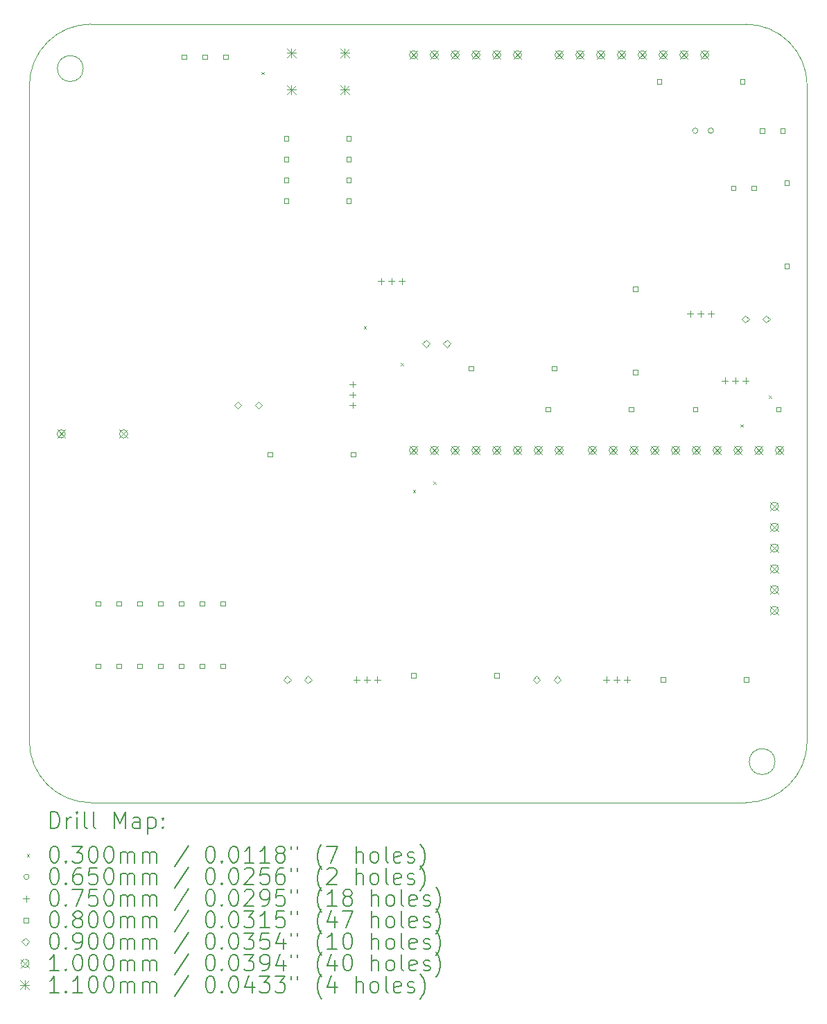
<source format=gbr>
%TF.GenerationSoftware,KiCad,Pcbnew,8.0.6*%
%TF.CreationDate,2025-03-20T16:43:44-06:00*%
%TF.ProjectId,Invitaci_nTDS_general,496e7669-7461-4636-99f3-6e5444535f67,rev?*%
%TF.SameCoordinates,Original*%
%TF.FileFunction,Drillmap*%
%TF.FilePolarity,Positive*%
%FSLAX45Y45*%
G04 Gerber Fmt 4.5, Leading zero omitted, Abs format (unit mm)*
G04 Created by KiCad (PCBNEW 8.0.6) date 2025-03-20 16:43:44*
%MOMM*%
%LPD*%
G01*
G04 APERTURE LIST*
%ADD10C,0.050000*%
%ADD11C,0.200000*%
%ADD12C,0.100000*%
%ADD13C,0.110000*%
G04 APERTURE END LIST*
D10*
X6500000Y-5750000D02*
G75*
G02*
X7250000Y-5000000I750000J0D01*
G01*
X15608114Y-14000000D02*
G75*
G02*
X15291886Y-14000000I-158114J0D01*
G01*
X15291886Y-14000000D02*
G75*
G02*
X15608114Y-14000000I158114J0D01*
G01*
X7250000Y-14500000D02*
G75*
G02*
X6500000Y-13750000I0J750000D01*
G01*
X15250000Y-5000000D02*
G75*
G02*
X16000000Y-5750000I0J-750000D01*
G01*
X16000000Y-13750000D02*
G75*
G02*
X15250000Y-14500000I-750000J0D01*
G01*
X7158114Y-5541886D02*
G75*
G02*
X6841886Y-5541886I-158114J0D01*
G01*
X6841886Y-5541886D02*
G75*
G02*
X7158114Y-5541886I158114J0D01*
G01*
X6500000Y-13750000D02*
X6500000Y-5750000D01*
X16000000Y-5750000D02*
X16000000Y-13750000D01*
X15250000Y-14500000D02*
X7250000Y-14500000D01*
X7250000Y-5000000D02*
X15250000Y-5000000D01*
D11*
D12*
X9335000Y-5585000D02*
X9365000Y-5615000D01*
X9365000Y-5585000D02*
X9335000Y-5615000D01*
X10585000Y-8685000D02*
X10615000Y-8715000D01*
X10615000Y-8685000D02*
X10585000Y-8715000D01*
X11035000Y-9135000D02*
X11065000Y-9165000D01*
X11065000Y-9135000D02*
X11035000Y-9165000D01*
X11185000Y-10685000D02*
X11215000Y-10715000D01*
X11215000Y-10685000D02*
X11185000Y-10715000D01*
X11435000Y-10585000D02*
X11465000Y-10615000D01*
X11465000Y-10585000D02*
X11435000Y-10615000D01*
X15185000Y-9885000D02*
X15215000Y-9915000D01*
X15215000Y-9885000D02*
X15185000Y-9915000D01*
X15535000Y-9535000D02*
X15565000Y-9565000D01*
X15565000Y-9535000D02*
X15535000Y-9565000D01*
X14665750Y-6300000D02*
G75*
G02*
X14600750Y-6300000I-32500J0D01*
G01*
X14600750Y-6300000D02*
G75*
G02*
X14665750Y-6300000I32500J0D01*
G01*
X14855750Y-6300000D02*
G75*
G02*
X14790750Y-6300000I-32500J0D01*
G01*
X14790750Y-6300000D02*
G75*
G02*
X14855750Y-6300000I32500J0D01*
G01*
X10450000Y-9358500D02*
X10450000Y-9433500D01*
X10412500Y-9396000D02*
X10487500Y-9396000D01*
X10450000Y-9485500D02*
X10450000Y-9560500D01*
X10412500Y-9523000D02*
X10487500Y-9523000D01*
X10450000Y-9612500D02*
X10450000Y-9687500D01*
X10412500Y-9650000D02*
X10487500Y-9650000D01*
X10496000Y-12962500D02*
X10496000Y-13037500D01*
X10458500Y-13000000D02*
X10533500Y-13000000D01*
X10623000Y-12962500D02*
X10623000Y-13037500D01*
X10585500Y-13000000D02*
X10660500Y-13000000D01*
X10750000Y-12962500D02*
X10750000Y-13037500D01*
X10712500Y-13000000D02*
X10787500Y-13000000D01*
X10796000Y-8098500D02*
X10796000Y-8173500D01*
X10758500Y-8136000D02*
X10833500Y-8136000D01*
X10923000Y-8098500D02*
X10923000Y-8173500D01*
X10885500Y-8136000D02*
X10960500Y-8136000D01*
X11050000Y-8098500D02*
X11050000Y-8173500D01*
X11012500Y-8136000D02*
X11087500Y-8136000D01*
X13546000Y-12962500D02*
X13546000Y-13037500D01*
X13508500Y-13000000D02*
X13583500Y-13000000D01*
X13673000Y-12962500D02*
X13673000Y-13037500D01*
X13635500Y-13000000D02*
X13710500Y-13000000D01*
X13800000Y-12962500D02*
X13800000Y-13037500D01*
X13762500Y-13000000D02*
X13837500Y-13000000D01*
X14573000Y-8498500D02*
X14573000Y-8573500D01*
X14535500Y-8536000D02*
X14610500Y-8536000D01*
X14700000Y-8498500D02*
X14700000Y-8573500D01*
X14662500Y-8536000D02*
X14737500Y-8536000D01*
X14827000Y-8498500D02*
X14827000Y-8573500D01*
X14789500Y-8536000D02*
X14864500Y-8536000D01*
X14996000Y-9312500D02*
X14996000Y-9387500D01*
X14958500Y-9350000D02*
X15033500Y-9350000D01*
X15123000Y-9312500D02*
X15123000Y-9387500D01*
X15085500Y-9350000D02*
X15160500Y-9350000D01*
X15250000Y-9312500D02*
X15250000Y-9387500D01*
X15212500Y-9350000D02*
X15287500Y-9350000D01*
X7365784Y-12098784D02*
X7365784Y-12042215D01*
X7309215Y-12042215D01*
X7309215Y-12098784D01*
X7365784Y-12098784D01*
X7365784Y-12860784D02*
X7365784Y-12804215D01*
X7309215Y-12804215D01*
X7309215Y-12860784D01*
X7365784Y-12860784D01*
X7619784Y-12098784D02*
X7619784Y-12042215D01*
X7563215Y-12042215D01*
X7563215Y-12098784D01*
X7619784Y-12098784D01*
X7619784Y-12860784D02*
X7619784Y-12804215D01*
X7563215Y-12804215D01*
X7563215Y-12860784D01*
X7619784Y-12860784D01*
X7873784Y-12098784D02*
X7873784Y-12042215D01*
X7817215Y-12042215D01*
X7817215Y-12098784D01*
X7873784Y-12098784D01*
X7873784Y-12860784D02*
X7873784Y-12804215D01*
X7817215Y-12804215D01*
X7817215Y-12860784D01*
X7873784Y-12860784D01*
X8127784Y-12098784D02*
X8127784Y-12042215D01*
X8071215Y-12042215D01*
X8071215Y-12098784D01*
X8127784Y-12098784D01*
X8127784Y-12860784D02*
X8127784Y-12804215D01*
X8071215Y-12804215D01*
X8071215Y-12860784D01*
X8127784Y-12860784D01*
X8381784Y-12098784D02*
X8381784Y-12042215D01*
X8325215Y-12042215D01*
X8325215Y-12098784D01*
X8381784Y-12098784D01*
X8381784Y-12860784D02*
X8381784Y-12804215D01*
X8325215Y-12804215D01*
X8325215Y-12860784D01*
X8381784Y-12860784D01*
X8420285Y-5428285D02*
X8420285Y-5371716D01*
X8363715Y-5371716D01*
X8363715Y-5428285D01*
X8420285Y-5428285D01*
X8635785Y-12098784D02*
X8635785Y-12042215D01*
X8579216Y-12042215D01*
X8579216Y-12098784D01*
X8635785Y-12098784D01*
X8635785Y-12860784D02*
X8635785Y-12804215D01*
X8579216Y-12804215D01*
X8579216Y-12860784D01*
X8635785Y-12860784D01*
X8674285Y-5428285D02*
X8674285Y-5371716D01*
X8617716Y-5371716D01*
X8617716Y-5428285D01*
X8674285Y-5428285D01*
X8889785Y-12098784D02*
X8889785Y-12042215D01*
X8833216Y-12042215D01*
X8833216Y-12098784D01*
X8889785Y-12098784D01*
X8889785Y-12860784D02*
X8889785Y-12804215D01*
X8833216Y-12804215D01*
X8833216Y-12860784D01*
X8889785Y-12860784D01*
X8928285Y-5428285D02*
X8928285Y-5371716D01*
X8871716Y-5371716D01*
X8871716Y-5428285D01*
X8928285Y-5428285D01*
X9470285Y-10278285D02*
X9470285Y-10221716D01*
X9413716Y-10221716D01*
X9413716Y-10278285D01*
X9470285Y-10278285D01*
X9666285Y-6420284D02*
X9666285Y-6363715D01*
X9609716Y-6363715D01*
X9609716Y-6420284D01*
X9666285Y-6420284D01*
X9666285Y-6674284D02*
X9666285Y-6617715D01*
X9609716Y-6617715D01*
X9609716Y-6674284D01*
X9666285Y-6674284D01*
X9666285Y-6928284D02*
X9666285Y-6871715D01*
X9609716Y-6871715D01*
X9609716Y-6928284D01*
X9666285Y-6928284D01*
X9666285Y-7182284D02*
X9666285Y-7125715D01*
X9609716Y-7125715D01*
X9609716Y-7182284D01*
X9666285Y-7182284D01*
X10428285Y-6420284D02*
X10428285Y-6363715D01*
X10371716Y-6363715D01*
X10371716Y-6420284D01*
X10428285Y-6420284D01*
X10428285Y-6674284D02*
X10428285Y-6617715D01*
X10371716Y-6617715D01*
X10371716Y-6674284D01*
X10428285Y-6674284D01*
X10428285Y-6928284D02*
X10428285Y-6871715D01*
X10371716Y-6871715D01*
X10371716Y-6928284D01*
X10428285Y-6928284D01*
X10428285Y-7182284D02*
X10428285Y-7125715D01*
X10371716Y-7125715D01*
X10371716Y-7182284D01*
X10428285Y-7182284D01*
X10486285Y-10278285D02*
X10486285Y-10221716D01*
X10429716Y-10221716D01*
X10429716Y-10278285D01*
X10486285Y-10278285D01*
X11220284Y-12978284D02*
X11220284Y-12921715D01*
X11163716Y-12921715D01*
X11163716Y-12978284D01*
X11220284Y-12978284D01*
X11920284Y-9228285D02*
X11920284Y-9171716D01*
X11863715Y-9171716D01*
X11863715Y-9228285D01*
X11920284Y-9228285D01*
X12236284Y-12978284D02*
X12236284Y-12921715D01*
X12179715Y-12921715D01*
X12179715Y-12978284D01*
X12236284Y-12978284D01*
X12862284Y-9728285D02*
X12862284Y-9671716D01*
X12805715Y-9671716D01*
X12805715Y-9728285D01*
X12862284Y-9728285D01*
X12936284Y-9228285D02*
X12936284Y-9171716D01*
X12879715Y-9171716D01*
X12879715Y-9228285D01*
X12936284Y-9228285D01*
X13878284Y-9728285D02*
X13878284Y-9671716D01*
X13821715Y-9671716D01*
X13821715Y-9728285D01*
X13878284Y-9728285D01*
X13928284Y-8262284D02*
X13928284Y-8205715D01*
X13871715Y-8205715D01*
X13871715Y-8262284D01*
X13928284Y-8262284D01*
X13928284Y-9278285D02*
X13928284Y-9221716D01*
X13871715Y-9221716D01*
X13871715Y-9278285D01*
X13928284Y-9278285D01*
X14220284Y-5728284D02*
X14220284Y-5671715D01*
X14163715Y-5671715D01*
X14163715Y-5728284D01*
X14220284Y-5728284D01*
X14270284Y-13028284D02*
X14270284Y-12971715D01*
X14213715Y-12971715D01*
X14213715Y-13028284D01*
X14270284Y-13028284D01*
X14662284Y-9728285D02*
X14662284Y-9671716D01*
X14605715Y-9671716D01*
X14605715Y-9728285D01*
X14662284Y-9728285D01*
X15128284Y-7028284D02*
X15128284Y-6971715D01*
X15071715Y-6971715D01*
X15071715Y-7028284D01*
X15128284Y-7028284D01*
X15236284Y-5728284D02*
X15236284Y-5671715D01*
X15179715Y-5671715D01*
X15179715Y-5728284D01*
X15236284Y-5728284D01*
X15286284Y-13028284D02*
X15286284Y-12971715D01*
X15229715Y-12971715D01*
X15229715Y-13028284D01*
X15286284Y-13028284D01*
X15378284Y-7028284D02*
X15378284Y-6971715D01*
X15321715Y-6971715D01*
X15321715Y-7028284D01*
X15378284Y-7028284D01*
X15478284Y-6328284D02*
X15478284Y-6271715D01*
X15421715Y-6271715D01*
X15421715Y-6328284D01*
X15478284Y-6328284D01*
X15678284Y-9728285D02*
X15678284Y-9671716D01*
X15621715Y-9671716D01*
X15621715Y-9728285D01*
X15678284Y-9728285D01*
X15728284Y-6328284D02*
X15728284Y-6271715D01*
X15671715Y-6271715D01*
X15671715Y-6328284D01*
X15728284Y-6328284D01*
X15778284Y-6962284D02*
X15778284Y-6905715D01*
X15721715Y-6905715D01*
X15721715Y-6962284D01*
X15778284Y-6962284D01*
X15778284Y-7978284D02*
X15778284Y-7921715D01*
X15721715Y-7921715D01*
X15721715Y-7978284D01*
X15778284Y-7978284D01*
X9046000Y-9695000D02*
X9091000Y-9650000D01*
X9046000Y-9605000D01*
X9001000Y-9650000D01*
X9046000Y-9695000D01*
X9300000Y-9695000D02*
X9345000Y-9650000D01*
X9300000Y-9605000D01*
X9255000Y-9650000D01*
X9300000Y-9695000D01*
X9650000Y-13045000D02*
X9695000Y-13000000D01*
X9650000Y-12955000D01*
X9605000Y-13000000D01*
X9650000Y-13045000D01*
X9904000Y-13045000D02*
X9949000Y-13000000D01*
X9904000Y-12955000D01*
X9859000Y-13000000D01*
X9904000Y-13045000D01*
X11346000Y-8945000D02*
X11391000Y-8900000D01*
X11346000Y-8855000D01*
X11301000Y-8900000D01*
X11346000Y-8945000D01*
X11600000Y-8945000D02*
X11645000Y-8900000D01*
X11600000Y-8855000D01*
X11555000Y-8900000D01*
X11600000Y-8945000D01*
X12696000Y-13045000D02*
X12741000Y-13000000D01*
X12696000Y-12955000D01*
X12651000Y-13000000D01*
X12696000Y-13045000D01*
X12950000Y-13045000D02*
X12995000Y-13000000D01*
X12950000Y-12955000D01*
X12905000Y-13000000D01*
X12950000Y-13045000D01*
X15246000Y-8645000D02*
X15291000Y-8600000D01*
X15246000Y-8555000D01*
X15201000Y-8600000D01*
X15246000Y-8645000D01*
X15500000Y-8645000D02*
X15545000Y-8600000D01*
X15500000Y-8555000D01*
X15455000Y-8600000D01*
X15500000Y-8645000D01*
X6840000Y-9950000D02*
X6940000Y-10050000D01*
X6940000Y-9950000D02*
X6840000Y-10050000D01*
X6940000Y-10000000D02*
G75*
G02*
X6840000Y-10000000I-50000J0D01*
G01*
X6840000Y-10000000D02*
G75*
G02*
X6940000Y-10000000I50000J0D01*
G01*
X7600000Y-9950000D02*
X7700000Y-10050000D01*
X7700000Y-9950000D02*
X7600000Y-10050000D01*
X7700000Y-10000000D02*
G75*
G02*
X7600000Y-10000000I-50000J0D01*
G01*
X7600000Y-10000000D02*
G75*
G02*
X7700000Y-10000000I50000J0D01*
G01*
X11142000Y-5324000D02*
X11242000Y-5424000D01*
X11242000Y-5324000D02*
X11142000Y-5424000D01*
X11242000Y-5374000D02*
G75*
G02*
X11142000Y-5374000I-50000J0D01*
G01*
X11142000Y-5374000D02*
G75*
G02*
X11242000Y-5374000I50000J0D01*
G01*
X11142000Y-10150000D02*
X11242000Y-10250000D01*
X11242000Y-10150000D02*
X11142000Y-10250000D01*
X11242000Y-10200000D02*
G75*
G02*
X11142000Y-10200000I-50000J0D01*
G01*
X11142000Y-10200000D02*
G75*
G02*
X11242000Y-10200000I50000J0D01*
G01*
X11396000Y-5324000D02*
X11496000Y-5424000D01*
X11496000Y-5324000D02*
X11396000Y-5424000D01*
X11496000Y-5374000D02*
G75*
G02*
X11396000Y-5374000I-50000J0D01*
G01*
X11396000Y-5374000D02*
G75*
G02*
X11496000Y-5374000I50000J0D01*
G01*
X11396000Y-10150000D02*
X11496000Y-10250000D01*
X11496000Y-10150000D02*
X11396000Y-10250000D01*
X11496000Y-10200000D02*
G75*
G02*
X11396000Y-10200000I-50000J0D01*
G01*
X11396000Y-10200000D02*
G75*
G02*
X11496000Y-10200000I50000J0D01*
G01*
X11650000Y-5324000D02*
X11750000Y-5424000D01*
X11750000Y-5324000D02*
X11650000Y-5424000D01*
X11750000Y-5374000D02*
G75*
G02*
X11650000Y-5374000I-50000J0D01*
G01*
X11650000Y-5374000D02*
G75*
G02*
X11750000Y-5374000I50000J0D01*
G01*
X11650000Y-10150000D02*
X11750000Y-10250000D01*
X11750000Y-10150000D02*
X11650000Y-10250000D01*
X11750000Y-10200000D02*
G75*
G02*
X11650000Y-10200000I-50000J0D01*
G01*
X11650000Y-10200000D02*
G75*
G02*
X11750000Y-10200000I50000J0D01*
G01*
X11904000Y-5324000D02*
X12004000Y-5424000D01*
X12004000Y-5324000D02*
X11904000Y-5424000D01*
X12004000Y-5374000D02*
G75*
G02*
X11904000Y-5374000I-50000J0D01*
G01*
X11904000Y-5374000D02*
G75*
G02*
X12004000Y-5374000I50000J0D01*
G01*
X11904000Y-10150000D02*
X12004000Y-10250000D01*
X12004000Y-10150000D02*
X11904000Y-10250000D01*
X12004000Y-10200000D02*
G75*
G02*
X11904000Y-10200000I-50000J0D01*
G01*
X11904000Y-10200000D02*
G75*
G02*
X12004000Y-10200000I50000J0D01*
G01*
X12158000Y-5324000D02*
X12258000Y-5424000D01*
X12258000Y-5324000D02*
X12158000Y-5424000D01*
X12258000Y-5374000D02*
G75*
G02*
X12158000Y-5374000I-50000J0D01*
G01*
X12158000Y-5374000D02*
G75*
G02*
X12258000Y-5374000I50000J0D01*
G01*
X12158000Y-10150000D02*
X12258000Y-10250000D01*
X12258000Y-10150000D02*
X12158000Y-10250000D01*
X12258000Y-10200000D02*
G75*
G02*
X12158000Y-10200000I-50000J0D01*
G01*
X12158000Y-10200000D02*
G75*
G02*
X12258000Y-10200000I50000J0D01*
G01*
X12412000Y-5324000D02*
X12512000Y-5424000D01*
X12512000Y-5324000D02*
X12412000Y-5424000D01*
X12512000Y-5374000D02*
G75*
G02*
X12412000Y-5374000I-50000J0D01*
G01*
X12412000Y-5374000D02*
G75*
G02*
X12512000Y-5374000I50000J0D01*
G01*
X12412000Y-10150000D02*
X12512000Y-10250000D01*
X12512000Y-10150000D02*
X12412000Y-10250000D01*
X12512000Y-10200000D02*
G75*
G02*
X12412000Y-10200000I-50000J0D01*
G01*
X12412000Y-10200000D02*
G75*
G02*
X12512000Y-10200000I50000J0D01*
G01*
X12666000Y-10150000D02*
X12766000Y-10250000D01*
X12766000Y-10150000D02*
X12666000Y-10250000D01*
X12766000Y-10200000D02*
G75*
G02*
X12666000Y-10200000I-50000J0D01*
G01*
X12666000Y-10200000D02*
G75*
G02*
X12766000Y-10200000I50000J0D01*
G01*
X12920000Y-5324000D02*
X13020000Y-5424000D01*
X13020000Y-5324000D02*
X12920000Y-5424000D01*
X13020000Y-5374000D02*
G75*
G02*
X12920000Y-5374000I-50000J0D01*
G01*
X12920000Y-5374000D02*
G75*
G02*
X13020000Y-5374000I50000J0D01*
G01*
X12920000Y-10150000D02*
X13020000Y-10250000D01*
X13020000Y-10150000D02*
X12920000Y-10250000D01*
X13020000Y-10200000D02*
G75*
G02*
X12920000Y-10200000I-50000J0D01*
G01*
X12920000Y-10200000D02*
G75*
G02*
X13020000Y-10200000I50000J0D01*
G01*
X13174000Y-5324000D02*
X13274000Y-5424000D01*
X13274000Y-5324000D02*
X13174000Y-5424000D01*
X13274000Y-5374000D02*
G75*
G02*
X13174000Y-5374000I-50000J0D01*
G01*
X13174000Y-5374000D02*
G75*
G02*
X13274000Y-5374000I50000J0D01*
G01*
X13326000Y-10150000D02*
X13426000Y-10250000D01*
X13426000Y-10150000D02*
X13326000Y-10250000D01*
X13426000Y-10200000D02*
G75*
G02*
X13326000Y-10200000I-50000J0D01*
G01*
X13326000Y-10200000D02*
G75*
G02*
X13426000Y-10200000I50000J0D01*
G01*
X13428000Y-5324000D02*
X13528000Y-5424000D01*
X13528000Y-5324000D02*
X13428000Y-5424000D01*
X13528000Y-5374000D02*
G75*
G02*
X13428000Y-5374000I-50000J0D01*
G01*
X13428000Y-5374000D02*
G75*
G02*
X13528000Y-5374000I50000J0D01*
G01*
X13580000Y-10150000D02*
X13680000Y-10250000D01*
X13680000Y-10150000D02*
X13580000Y-10250000D01*
X13680000Y-10200000D02*
G75*
G02*
X13580000Y-10200000I-50000J0D01*
G01*
X13580000Y-10200000D02*
G75*
G02*
X13680000Y-10200000I50000J0D01*
G01*
X13682000Y-5324000D02*
X13782000Y-5424000D01*
X13782000Y-5324000D02*
X13682000Y-5424000D01*
X13782000Y-5374000D02*
G75*
G02*
X13682000Y-5374000I-50000J0D01*
G01*
X13682000Y-5374000D02*
G75*
G02*
X13782000Y-5374000I50000J0D01*
G01*
X13834000Y-10150000D02*
X13934000Y-10250000D01*
X13934000Y-10150000D02*
X13834000Y-10250000D01*
X13934000Y-10200000D02*
G75*
G02*
X13834000Y-10200000I-50000J0D01*
G01*
X13834000Y-10200000D02*
G75*
G02*
X13934000Y-10200000I50000J0D01*
G01*
X13936000Y-5324000D02*
X14036000Y-5424000D01*
X14036000Y-5324000D02*
X13936000Y-5424000D01*
X14036000Y-5374000D02*
G75*
G02*
X13936000Y-5374000I-50000J0D01*
G01*
X13936000Y-5374000D02*
G75*
G02*
X14036000Y-5374000I50000J0D01*
G01*
X14088000Y-10150000D02*
X14188000Y-10250000D01*
X14188000Y-10150000D02*
X14088000Y-10250000D01*
X14188000Y-10200000D02*
G75*
G02*
X14088000Y-10200000I-50000J0D01*
G01*
X14088000Y-10200000D02*
G75*
G02*
X14188000Y-10200000I50000J0D01*
G01*
X14190000Y-5324000D02*
X14290000Y-5424000D01*
X14290000Y-5324000D02*
X14190000Y-5424000D01*
X14290000Y-5374000D02*
G75*
G02*
X14190000Y-5374000I-50000J0D01*
G01*
X14190000Y-5374000D02*
G75*
G02*
X14290000Y-5374000I50000J0D01*
G01*
X14342000Y-10150000D02*
X14442000Y-10250000D01*
X14442000Y-10150000D02*
X14342000Y-10250000D01*
X14442000Y-10200000D02*
G75*
G02*
X14342000Y-10200000I-50000J0D01*
G01*
X14342000Y-10200000D02*
G75*
G02*
X14442000Y-10200000I50000J0D01*
G01*
X14444000Y-5324000D02*
X14544000Y-5424000D01*
X14544000Y-5324000D02*
X14444000Y-5424000D01*
X14544000Y-5374000D02*
G75*
G02*
X14444000Y-5374000I-50000J0D01*
G01*
X14444000Y-5374000D02*
G75*
G02*
X14544000Y-5374000I50000J0D01*
G01*
X14596000Y-10150000D02*
X14696000Y-10250000D01*
X14696000Y-10150000D02*
X14596000Y-10250000D01*
X14696000Y-10200000D02*
G75*
G02*
X14596000Y-10200000I-50000J0D01*
G01*
X14596000Y-10200000D02*
G75*
G02*
X14696000Y-10200000I50000J0D01*
G01*
X14698000Y-5324000D02*
X14798000Y-5424000D01*
X14798000Y-5324000D02*
X14698000Y-5424000D01*
X14798000Y-5374000D02*
G75*
G02*
X14698000Y-5374000I-50000J0D01*
G01*
X14698000Y-5374000D02*
G75*
G02*
X14798000Y-5374000I50000J0D01*
G01*
X14850000Y-10150000D02*
X14950000Y-10250000D01*
X14950000Y-10150000D02*
X14850000Y-10250000D01*
X14950000Y-10200000D02*
G75*
G02*
X14850000Y-10200000I-50000J0D01*
G01*
X14850000Y-10200000D02*
G75*
G02*
X14950000Y-10200000I50000J0D01*
G01*
X15104000Y-10150000D02*
X15204000Y-10250000D01*
X15204000Y-10150000D02*
X15104000Y-10250000D01*
X15204000Y-10200000D02*
G75*
G02*
X15104000Y-10200000I-50000J0D01*
G01*
X15104000Y-10200000D02*
G75*
G02*
X15204000Y-10200000I50000J0D01*
G01*
X15358000Y-10150000D02*
X15458000Y-10250000D01*
X15458000Y-10150000D02*
X15358000Y-10250000D01*
X15458000Y-10200000D02*
G75*
G02*
X15358000Y-10200000I-50000J0D01*
G01*
X15358000Y-10200000D02*
G75*
G02*
X15458000Y-10200000I50000J0D01*
G01*
X15550000Y-10834000D02*
X15650000Y-10934000D01*
X15650000Y-10834000D02*
X15550000Y-10934000D01*
X15650000Y-10884000D02*
G75*
G02*
X15550000Y-10884000I-50000J0D01*
G01*
X15550000Y-10884000D02*
G75*
G02*
X15650000Y-10884000I50000J0D01*
G01*
X15550000Y-11088000D02*
X15650000Y-11188000D01*
X15650000Y-11088000D02*
X15550000Y-11188000D01*
X15650000Y-11138000D02*
G75*
G02*
X15550000Y-11138000I-50000J0D01*
G01*
X15550000Y-11138000D02*
G75*
G02*
X15650000Y-11138000I50000J0D01*
G01*
X15550000Y-11342000D02*
X15650000Y-11442000D01*
X15650000Y-11342000D02*
X15550000Y-11442000D01*
X15650000Y-11392000D02*
G75*
G02*
X15550000Y-11392000I-50000J0D01*
G01*
X15550000Y-11392000D02*
G75*
G02*
X15650000Y-11392000I50000J0D01*
G01*
X15550000Y-11596000D02*
X15650000Y-11696000D01*
X15650000Y-11596000D02*
X15550000Y-11696000D01*
X15650000Y-11646000D02*
G75*
G02*
X15550000Y-11646000I-50000J0D01*
G01*
X15550000Y-11646000D02*
G75*
G02*
X15650000Y-11646000I50000J0D01*
G01*
X15550000Y-11850000D02*
X15650000Y-11950000D01*
X15650000Y-11850000D02*
X15550000Y-11950000D01*
X15650000Y-11900000D02*
G75*
G02*
X15550000Y-11900000I-50000J0D01*
G01*
X15550000Y-11900000D02*
G75*
G02*
X15650000Y-11900000I50000J0D01*
G01*
X15550000Y-12104000D02*
X15650000Y-12204000D01*
X15650000Y-12104000D02*
X15550000Y-12204000D01*
X15650000Y-12154000D02*
G75*
G02*
X15550000Y-12154000I-50000J0D01*
G01*
X15550000Y-12154000D02*
G75*
G02*
X15650000Y-12154000I50000J0D01*
G01*
X15612000Y-10150000D02*
X15712000Y-10250000D01*
X15712000Y-10150000D02*
X15612000Y-10250000D01*
X15712000Y-10200000D02*
G75*
G02*
X15612000Y-10200000I-50000J0D01*
G01*
X15612000Y-10200000D02*
G75*
G02*
X15712000Y-10200000I50000J0D01*
G01*
D13*
X9645000Y-5295000D02*
X9755000Y-5405000D01*
X9755000Y-5295000D02*
X9645000Y-5405000D01*
X9700000Y-5295000D02*
X9700000Y-5405000D01*
X9645000Y-5350000D02*
X9755000Y-5350000D01*
X9645000Y-5745000D02*
X9755000Y-5855000D01*
X9755000Y-5745000D02*
X9645000Y-5855000D01*
X9700000Y-5745000D02*
X9700000Y-5855000D01*
X9645000Y-5800000D02*
X9755000Y-5800000D01*
X10295000Y-5295000D02*
X10405000Y-5405000D01*
X10405000Y-5295000D02*
X10295000Y-5405000D01*
X10350000Y-5295000D02*
X10350000Y-5405000D01*
X10295000Y-5350000D02*
X10405000Y-5350000D01*
X10295000Y-5745000D02*
X10405000Y-5855000D01*
X10405000Y-5745000D02*
X10295000Y-5855000D01*
X10350000Y-5745000D02*
X10350000Y-5855000D01*
X10295000Y-5800000D02*
X10405000Y-5800000D01*
D11*
X6758277Y-14813984D02*
X6758277Y-14613984D01*
X6758277Y-14613984D02*
X6805896Y-14613984D01*
X6805896Y-14613984D02*
X6834467Y-14623508D01*
X6834467Y-14623508D02*
X6853515Y-14642555D01*
X6853515Y-14642555D02*
X6863039Y-14661603D01*
X6863039Y-14661603D02*
X6872562Y-14699698D01*
X6872562Y-14699698D02*
X6872562Y-14728269D01*
X6872562Y-14728269D02*
X6863039Y-14766365D01*
X6863039Y-14766365D02*
X6853515Y-14785412D01*
X6853515Y-14785412D02*
X6834467Y-14804460D01*
X6834467Y-14804460D02*
X6805896Y-14813984D01*
X6805896Y-14813984D02*
X6758277Y-14813984D01*
X6958277Y-14813984D02*
X6958277Y-14680650D01*
X6958277Y-14718746D02*
X6967801Y-14699698D01*
X6967801Y-14699698D02*
X6977324Y-14690174D01*
X6977324Y-14690174D02*
X6996372Y-14680650D01*
X6996372Y-14680650D02*
X7015420Y-14680650D01*
X7082086Y-14813984D02*
X7082086Y-14680650D01*
X7082086Y-14613984D02*
X7072562Y-14623508D01*
X7072562Y-14623508D02*
X7082086Y-14633031D01*
X7082086Y-14633031D02*
X7091610Y-14623508D01*
X7091610Y-14623508D02*
X7082086Y-14613984D01*
X7082086Y-14613984D02*
X7082086Y-14633031D01*
X7205896Y-14813984D02*
X7186848Y-14804460D01*
X7186848Y-14804460D02*
X7177324Y-14785412D01*
X7177324Y-14785412D02*
X7177324Y-14613984D01*
X7310658Y-14813984D02*
X7291610Y-14804460D01*
X7291610Y-14804460D02*
X7282086Y-14785412D01*
X7282086Y-14785412D02*
X7282086Y-14613984D01*
X7539229Y-14813984D02*
X7539229Y-14613984D01*
X7539229Y-14613984D02*
X7605896Y-14756841D01*
X7605896Y-14756841D02*
X7672562Y-14613984D01*
X7672562Y-14613984D02*
X7672562Y-14813984D01*
X7853515Y-14813984D02*
X7853515Y-14709222D01*
X7853515Y-14709222D02*
X7843991Y-14690174D01*
X7843991Y-14690174D02*
X7824943Y-14680650D01*
X7824943Y-14680650D02*
X7786848Y-14680650D01*
X7786848Y-14680650D02*
X7767801Y-14690174D01*
X7853515Y-14804460D02*
X7834467Y-14813984D01*
X7834467Y-14813984D02*
X7786848Y-14813984D01*
X7786848Y-14813984D02*
X7767801Y-14804460D01*
X7767801Y-14804460D02*
X7758277Y-14785412D01*
X7758277Y-14785412D02*
X7758277Y-14766365D01*
X7758277Y-14766365D02*
X7767801Y-14747317D01*
X7767801Y-14747317D02*
X7786848Y-14737793D01*
X7786848Y-14737793D02*
X7834467Y-14737793D01*
X7834467Y-14737793D02*
X7853515Y-14728269D01*
X7948753Y-14680650D02*
X7948753Y-14880650D01*
X7948753Y-14690174D02*
X7967801Y-14680650D01*
X7967801Y-14680650D02*
X8005896Y-14680650D01*
X8005896Y-14680650D02*
X8024943Y-14690174D01*
X8024943Y-14690174D02*
X8034467Y-14699698D01*
X8034467Y-14699698D02*
X8043991Y-14718746D01*
X8043991Y-14718746D02*
X8043991Y-14775888D01*
X8043991Y-14775888D02*
X8034467Y-14794936D01*
X8034467Y-14794936D02*
X8024943Y-14804460D01*
X8024943Y-14804460D02*
X8005896Y-14813984D01*
X8005896Y-14813984D02*
X7967801Y-14813984D01*
X7967801Y-14813984D02*
X7948753Y-14804460D01*
X8129705Y-14794936D02*
X8139229Y-14804460D01*
X8139229Y-14804460D02*
X8129705Y-14813984D01*
X8129705Y-14813984D02*
X8120182Y-14804460D01*
X8120182Y-14804460D02*
X8129705Y-14794936D01*
X8129705Y-14794936D02*
X8129705Y-14813984D01*
X8129705Y-14690174D02*
X8139229Y-14699698D01*
X8139229Y-14699698D02*
X8129705Y-14709222D01*
X8129705Y-14709222D02*
X8120182Y-14699698D01*
X8120182Y-14699698D02*
X8129705Y-14690174D01*
X8129705Y-14690174D02*
X8129705Y-14709222D01*
D12*
X6467500Y-15127500D02*
X6497500Y-15157500D01*
X6497500Y-15127500D02*
X6467500Y-15157500D01*
D11*
X6796372Y-15033984D02*
X6815420Y-15033984D01*
X6815420Y-15033984D02*
X6834467Y-15043508D01*
X6834467Y-15043508D02*
X6843991Y-15053031D01*
X6843991Y-15053031D02*
X6853515Y-15072079D01*
X6853515Y-15072079D02*
X6863039Y-15110174D01*
X6863039Y-15110174D02*
X6863039Y-15157793D01*
X6863039Y-15157793D02*
X6853515Y-15195888D01*
X6853515Y-15195888D02*
X6843991Y-15214936D01*
X6843991Y-15214936D02*
X6834467Y-15224460D01*
X6834467Y-15224460D02*
X6815420Y-15233984D01*
X6815420Y-15233984D02*
X6796372Y-15233984D01*
X6796372Y-15233984D02*
X6777324Y-15224460D01*
X6777324Y-15224460D02*
X6767801Y-15214936D01*
X6767801Y-15214936D02*
X6758277Y-15195888D01*
X6758277Y-15195888D02*
X6748753Y-15157793D01*
X6748753Y-15157793D02*
X6748753Y-15110174D01*
X6748753Y-15110174D02*
X6758277Y-15072079D01*
X6758277Y-15072079D02*
X6767801Y-15053031D01*
X6767801Y-15053031D02*
X6777324Y-15043508D01*
X6777324Y-15043508D02*
X6796372Y-15033984D01*
X6948753Y-15214936D02*
X6958277Y-15224460D01*
X6958277Y-15224460D02*
X6948753Y-15233984D01*
X6948753Y-15233984D02*
X6939229Y-15224460D01*
X6939229Y-15224460D02*
X6948753Y-15214936D01*
X6948753Y-15214936D02*
X6948753Y-15233984D01*
X7024943Y-15033984D02*
X7148753Y-15033984D01*
X7148753Y-15033984D02*
X7082086Y-15110174D01*
X7082086Y-15110174D02*
X7110658Y-15110174D01*
X7110658Y-15110174D02*
X7129705Y-15119698D01*
X7129705Y-15119698D02*
X7139229Y-15129222D01*
X7139229Y-15129222D02*
X7148753Y-15148269D01*
X7148753Y-15148269D02*
X7148753Y-15195888D01*
X7148753Y-15195888D02*
X7139229Y-15214936D01*
X7139229Y-15214936D02*
X7129705Y-15224460D01*
X7129705Y-15224460D02*
X7110658Y-15233984D01*
X7110658Y-15233984D02*
X7053515Y-15233984D01*
X7053515Y-15233984D02*
X7034467Y-15224460D01*
X7034467Y-15224460D02*
X7024943Y-15214936D01*
X7272562Y-15033984D02*
X7291610Y-15033984D01*
X7291610Y-15033984D02*
X7310658Y-15043508D01*
X7310658Y-15043508D02*
X7320182Y-15053031D01*
X7320182Y-15053031D02*
X7329705Y-15072079D01*
X7329705Y-15072079D02*
X7339229Y-15110174D01*
X7339229Y-15110174D02*
X7339229Y-15157793D01*
X7339229Y-15157793D02*
X7329705Y-15195888D01*
X7329705Y-15195888D02*
X7320182Y-15214936D01*
X7320182Y-15214936D02*
X7310658Y-15224460D01*
X7310658Y-15224460D02*
X7291610Y-15233984D01*
X7291610Y-15233984D02*
X7272562Y-15233984D01*
X7272562Y-15233984D02*
X7253515Y-15224460D01*
X7253515Y-15224460D02*
X7243991Y-15214936D01*
X7243991Y-15214936D02*
X7234467Y-15195888D01*
X7234467Y-15195888D02*
X7224943Y-15157793D01*
X7224943Y-15157793D02*
X7224943Y-15110174D01*
X7224943Y-15110174D02*
X7234467Y-15072079D01*
X7234467Y-15072079D02*
X7243991Y-15053031D01*
X7243991Y-15053031D02*
X7253515Y-15043508D01*
X7253515Y-15043508D02*
X7272562Y-15033984D01*
X7463039Y-15033984D02*
X7482086Y-15033984D01*
X7482086Y-15033984D02*
X7501134Y-15043508D01*
X7501134Y-15043508D02*
X7510658Y-15053031D01*
X7510658Y-15053031D02*
X7520182Y-15072079D01*
X7520182Y-15072079D02*
X7529705Y-15110174D01*
X7529705Y-15110174D02*
X7529705Y-15157793D01*
X7529705Y-15157793D02*
X7520182Y-15195888D01*
X7520182Y-15195888D02*
X7510658Y-15214936D01*
X7510658Y-15214936D02*
X7501134Y-15224460D01*
X7501134Y-15224460D02*
X7482086Y-15233984D01*
X7482086Y-15233984D02*
X7463039Y-15233984D01*
X7463039Y-15233984D02*
X7443991Y-15224460D01*
X7443991Y-15224460D02*
X7434467Y-15214936D01*
X7434467Y-15214936D02*
X7424943Y-15195888D01*
X7424943Y-15195888D02*
X7415420Y-15157793D01*
X7415420Y-15157793D02*
X7415420Y-15110174D01*
X7415420Y-15110174D02*
X7424943Y-15072079D01*
X7424943Y-15072079D02*
X7434467Y-15053031D01*
X7434467Y-15053031D02*
X7443991Y-15043508D01*
X7443991Y-15043508D02*
X7463039Y-15033984D01*
X7615420Y-15233984D02*
X7615420Y-15100650D01*
X7615420Y-15119698D02*
X7624943Y-15110174D01*
X7624943Y-15110174D02*
X7643991Y-15100650D01*
X7643991Y-15100650D02*
X7672563Y-15100650D01*
X7672563Y-15100650D02*
X7691610Y-15110174D01*
X7691610Y-15110174D02*
X7701134Y-15129222D01*
X7701134Y-15129222D02*
X7701134Y-15233984D01*
X7701134Y-15129222D02*
X7710658Y-15110174D01*
X7710658Y-15110174D02*
X7729705Y-15100650D01*
X7729705Y-15100650D02*
X7758277Y-15100650D01*
X7758277Y-15100650D02*
X7777324Y-15110174D01*
X7777324Y-15110174D02*
X7786848Y-15129222D01*
X7786848Y-15129222D02*
X7786848Y-15233984D01*
X7882086Y-15233984D02*
X7882086Y-15100650D01*
X7882086Y-15119698D02*
X7891610Y-15110174D01*
X7891610Y-15110174D02*
X7910658Y-15100650D01*
X7910658Y-15100650D02*
X7939229Y-15100650D01*
X7939229Y-15100650D02*
X7958277Y-15110174D01*
X7958277Y-15110174D02*
X7967801Y-15129222D01*
X7967801Y-15129222D02*
X7967801Y-15233984D01*
X7967801Y-15129222D02*
X7977324Y-15110174D01*
X7977324Y-15110174D02*
X7996372Y-15100650D01*
X7996372Y-15100650D02*
X8024943Y-15100650D01*
X8024943Y-15100650D02*
X8043991Y-15110174D01*
X8043991Y-15110174D02*
X8053515Y-15129222D01*
X8053515Y-15129222D02*
X8053515Y-15233984D01*
X8443991Y-15024460D02*
X8272563Y-15281603D01*
X8701134Y-15033984D02*
X8720182Y-15033984D01*
X8720182Y-15033984D02*
X8739229Y-15043508D01*
X8739229Y-15043508D02*
X8748753Y-15053031D01*
X8748753Y-15053031D02*
X8758277Y-15072079D01*
X8758277Y-15072079D02*
X8767801Y-15110174D01*
X8767801Y-15110174D02*
X8767801Y-15157793D01*
X8767801Y-15157793D02*
X8758277Y-15195888D01*
X8758277Y-15195888D02*
X8748753Y-15214936D01*
X8748753Y-15214936D02*
X8739229Y-15224460D01*
X8739229Y-15224460D02*
X8720182Y-15233984D01*
X8720182Y-15233984D02*
X8701134Y-15233984D01*
X8701134Y-15233984D02*
X8682087Y-15224460D01*
X8682087Y-15224460D02*
X8672563Y-15214936D01*
X8672563Y-15214936D02*
X8663039Y-15195888D01*
X8663039Y-15195888D02*
X8653515Y-15157793D01*
X8653515Y-15157793D02*
X8653515Y-15110174D01*
X8653515Y-15110174D02*
X8663039Y-15072079D01*
X8663039Y-15072079D02*
X8672563Y-15053031D01*
X8672563Y-15053031D02*
X8682087Y-15043508D01*
X8682087Y-15043508D02*
X8701134Y-15033984D01*
X8853515Y-15214936D02*
X8863039Y-15224460D01*
X8863039Y-15224460D02*
X8853515Y-15233984D01*
X8853515Y-15233984D02*
X8843991Y-15224460D01*
X8843991Y-15224460D02*
X8853515Y-15214936D01*
X8853515Y-15214936D02*
X8853515Y-15233984D01*
X8986848Y-15033984D02*
X9005896Y-15033984D01*
X9005896Y-15033984D02*
X9024944Y-15043508D01*
X9024944Y-15043508D02*
X9034468Y-15053031D01*
X9034468Y-15053031D02*
X9043991Y-15072079D01*
X9043991Y-15072079D02*
X9053515Y-15110174D01*
X9053515Y-15110174D02*
X9053515Y-15157793D01*
X9053515Y-15157793D02*
X9043991Y-15195888D01*
X9043991Y-15195888D02*
X9034468Y-15214936D01*
X9034468Y-15214936D02*
X9024944Y-15224460D01*
X9024944Y-15224460D02*
X9005896Y-15233984D01*
X9005896Y-15233984D02*
X8986848Y-15233984D01*
X8986848Y-15233984D02*
X8967801Y-15224460D01*
X8967801Y-15224460D02*
X8958277Y-15214936D01*
X8958277Y-15214936D02*
X8948753Y-15195888D01*
X8948753Y-15195888D02*
X8939229Y-15157793D01*
X8939229Y-15157793D02*
X8939229Y-15110174D01*
X8939229Y-15110174D02*
X8948753Y-15072079D01*
X8948753Y-15072079D02*
X8958277Y-15053031D01*
X8958277Y-15053031D02*
X8967801Y-15043508D01*
X8967801Y-15043508D02*
X8986848Y-15033984D01*
X9243991Y-15233984D02*
X9129706Y-15233984D01*
X9186848Y-15233984D02*
X9186848Y-15033984D01*
X9186848Y-15033984D02*
X9167801Y-15062555D01*
X9167801Y-15062555D02*
X9148753Y-15081603D01*
X9148753Y-15081603D02*
X9129706Y-15091127D01*
X9434468Y-15233984D02*
X9320182Y-15233984D01*
X9377325Y-15233984D02*
X9377325Y-15033984D01*
X9377325Y-15033984D02*
X9358277Y-15062555D01*
X9358277Y-15062555D02*
X9339229Y-15081603D01*
X9339229Y-15081603D02*
X9320182Y-15091127D01*
X9548753Y-15119698D02*
X9529706Y-15110174D01*
X9529706Y-15110174D02*
X9520182Y-15100650D01*
X9520182Y-15100650D02*
X9510658Y-15081603D01*
X9510658Y-15081603D02*
X9510658Y-15072079D01*
X9510658Y-15072079D02*
X9520182Y-15053031D01*
X9520182Y-15053031D02*
X9529706Y-15043508D01*
X9529706Y-15043508D02*
X9548753Y-15033984D01*
X9548753Y-15033984D02*
X9586849Y-15033984D01*
X9586849Y-15033984D02*
X9605896Y-15043508D01*
X9605896Y-15043508D02*
X9615420Y-15053031D01*
X9615420Y-15053031D02*
X9624944Y-15072079D01*
X9624944Y-15072079D02*
X9624944Y-15081603D01*
X9624944Y-15081603D02*
X9615420Y-15100650D01*
X9615420Y-15100650D02*
X9605896Y-15110174D01*
X9605896Y-15110174D02*
X9586849Y-15119698D01*
X9586849Y-15119698D02*
X9548753Y-15119698D01*
X9548753Y-15119698D02*
X9529706Y-15129222D01*
X9529706Y-15129222D02*
X9520182Y-15138746D01*
X9520182Y-15138746D02*
X9510658Y-15157793D01*
X9510658Y-15157793D02*
X9510658Y-15195888D01*
X9510658Y-15195888D02*
X9520182Y-15214936D01*
X9520182Y-15214936D02*
X9529706Y-15224460D01*
X9529706Y-15224460D02*
X9548753Y-15233984D01*
X9548753Y-15233984D02*
X9586849Y-15233984D01*
X9586849Y-15233984D02*
X9605896Y-15224460D01*
X9605896Y-15224460D02*
X9615420Y-15214936D01*
X9615420Y-15214936D02*
X9624944Y-15195888D01*
X9624944Y-15195888D02*
X9624944Y-15157793D01*
X9624944Y-15157793D02*
X9615420Y-15138746D01*
X9615420Y-15138746D02*
X9605896Y-15129222D01*
X9605896Y-15129222D02*
X9586849Y-15119698D01*
X9701134Y-15033984D02*
X9701134Y-15072079D01*
X9777325Y-15033984D02*
X9777325Y-15072079D01*
X10072563Y-15310174D02*
X10063039Y-15300650D01*
X10063039Y-15300650D02*
X10043991Y-15272079D01*
X10043991Y-15272079D02*
X10034468Y-15253031D01*
X10034468Y-15253031D02*
X10024944Y-15224460D01*
X10024944Y-15224460D02*
X10015420Y-15176841D01*
X10015420Y-15176841D02*
X10015420Y-15138746D01*
X10015420Y-15138746D02*
X10024944Y-15091127D01*
X10024944Y-15091127D02*
X10034468Y-15062555D01*
X10034468Y-15062555D02*
X10043991Y-15043508D01*
X10043991Y-15043508D02*
X10063039Y-15014936D01*
X10063039Y-15014936D02*
X10072563Y-15005412D01*
X10129706Y-15033984D02*
X10263039Y-15033984D01*
X10263039Y-15033984D02*
X10177325Y-15233984D01*
X10491611Y-15233984D02*
X10491611Y-15033984D01*
X10577325Y-15233984D02*
X10577325Y-15129222D01*
X10577325Y-15129222D02*
X10567801Y-15110174D01*
X10567801Y-15110174D02*
X10548753Y-15100650D01*
X10548753Y-15100650D02*
X10520182Y-15100650D01*
X10520182Y-15100650D02*
X10501134Y-15110174D01*
X10501134Y-15110174D02*
X10491611Y-15119698D01*
X10701134Y-15233984D02*
X10682087Y-15224460D01*
X10682087Y-15224460D02*
X10672563Y-15214936D01*
X10672563Y-15214936D02*
X10663039Y-15195888D01*
X10663039Y-15195888D02*
X10663039Y-15138746D01*
X10663039Y-15138746D02*
X10672563Y-15119698D01*
X10672563Y-15119698D02*
X10682087Y-15110174D01*
X10682087Y-15110174D02*
X10701134Y-15100650D01*
X10701134Y-15100650D02*
X10729706Y-15100650D01*
X10729706Y-15100650D02*
X10748753Y-15110174D01*
X10748753Y-15110174D02*
X10758277Y-15119698D01*
X10758277Y-15119698D02*
X10767801Y-15138746D01*
X10767801Y-15138746D02*
X10767801Y-15195888D01*
X10767801Y-15195888D02*
X10758277Y-15214936D01*
X10758277Y-15214936D02*
X10748753Y-15224460D01*
X10748753Y-15224460D02*
X10729706Y-15233984D01*
X10729706Y-15233984D02*
X10701134Y-15233984D01*
X10882087Y-15233984D02*
X10863039Y-15224460D01*
X10863039Y-15224460D02*
X10853515Y-15205412D01*
X10853515Y-15205412D02*
X10853515Y-15033984D01*
X11034468Y-15224460D02*
X11015420Y-15233984D01*
X11015420Y-15233984D02*
X10977325Y-15233984D01*
X10977325Y-15233984D02*
X10958277Y-15224460D01*
X10958277Y-15224460D02*
X10948753Y-15205412D01*
X10948753Y-15205412D02*
X10948753Y-15129222D01*
X10948753Y-15129222D02*
X10958277Y-15110174D01*
X10958277Y-15110174D02*
X10977325Y-15100650D01*
X10977325Y-15100650D02*
X11015420Y-15100650D01*
X11015420Y-15100650D02*
X11034468Y-15110174D01*
X11034468Y-15110174D02*
X11043992Y-15129222D01*
X11043992Y-15129222D02*
X11043992Y-15148269D01*
X11043992Y-15148269D02*
X10948753Y-15167317D01*
X11120182Y-15224460D02*
X11139230Y-15233984D01*
X11139230Y-15233984D02*
X11177325Y-15233984D01*
X11177325Y-15233984D02*
X11196372Y-15224460D01*
X11196372Y-15224460D02*
X11205896Y-15205412D01*
X11205896Y-15205412D02*
X11205896Y-15195888D01*
X11205896Y-15195888D02*
X11196372Y-15176841D01*
X11196372Y-15176841D02*
X11177325Y-15167317D01*
X11177325Y-15167317D02*
X11148753Y-15167317D01*
X11148753Y-15167317D02*
X11129706Y-15157793D01*
X11129706Y-15157793D02*
X11120182Y-15138746D01*
X11120182Y-15138746D02*
X11120182Y-15129222D01*
X11120182Y-15129222D02*
X11129706Y-15110174D01*
X11129706Y-15110174D02*
X11148753Y-15100650D01*
X11148753Y-15100650D02*
X11177325Y-15100650D01*
X11177325Y-15100650D02*
X11196372Y-15110174D01*
X11272563Y-15310174D02*
X11282087Y-15300650D01*
X11282087Y-15300650D02*
X11301134Y-15272079D01*
X11301134Y-15272079D02*
X11310658Y-15253031D01*
X11310658Y-15253031D02*
X11320182Y-15224460D01*
X11320182Y-15224460D02*
X11329706Y-15176841D01*
X11329706Y-15176841D02*
X11329706Y-15138746D01*
X11329706Y-15138746D02*
X11320182Y-15091127D01*
X11320182Y-15091127D02*
X11310658Y-15062555D01*
X11310658Y-15062555D02*
X11301134Y-15043508D01*
X11301134Y-15043508D02*
X11282087Y-15014936D01*
X11282087Y-15014936D02*
X11272563Y-15005412D01*
D12*
X6497500Y-15406500D02*
G75*
G02*
X6432500Y-15406500I-32500J0D01*
G01*
X6432500Y-15406500D02*
G75*
G02*
X6497500Y-15406500I32500J0D01*
G01*
D11*
X6796372Y-15297984D02*
X6815420Y-15297984D01*
X6815420Y-15297984D02*
X6834467Y-15307508D01*
X6834467Y-15307508D02*
X6843991Y-15317031D01*
X6843991Y-15317031D02*
X6853515Y-15336079D01*
X6853515Y-15336079D02*
X6863039Y-15374174D01*
X6863039Y-15374174D02*
X6863039Y-15421793D01*
X6863039Y-15421793D02*
X6853515Y-15459888D01*
X6853515Y-15459888D02*
X6843991Y-15478936D01*
X6843991Y-15478936D02*
X6834467Y-15488460D01*
X6834467Y-15488460D02*
X6815420Y-15497984D01*
X6815420Y-15497984D02*
X6796372Y-15497984D01*
X6796372Y-15497984D02*
X6777324Y-15488460D01*
X6777324Y-15488460D02*
X6767801Y-15478936D01*
X6767801Y-15478936D02*
X6758277Y-15459888D01*
X6758277Y-15459888D02*
X6748753Y-15421793D01*
X6748753Y-15421793D02*
X6748753Y-15374174D01*
X6748753Y-15374174D02*
X6758277Y-15336079D01*
X6758277Y-15336079D02*
X6767801Y-15317031D01*
X6767801Y-15317031D02*
X6777324Y-15307508D01*
X6777324Y-15307508D02*
X6796372Y-15297984D01*
X6948753Y-15478936D02*
X6958277Y-15488460D01*
X6958277Y-15488460D02*
X6948753Y-15497984D01*
X6948753Y-15497984D02*
X6939229Y-15488460D01*
X6939229Y-15488460D02*
X6948753Y-15478936D01*
X6948753Y-15478936D02*
X6948753Y-15497984D01*
X7129705Y-15297984D02*
X7091610Y-15297984D01*
X7091610Y-15297984D02*
X7072562Y-15307508D01*
X7072562Y-15307508D02*
X7063039Y-15317031D01*
X7063039Y-15317031D02*
X7043991Y-15345603D01*
X7043991Y-15345603D02*
X7034467Y-15383698D01*
X7034467Y-15383698D02*
X7034467Y-15459888D01*
X7034467Y-15459888D02*
X7043991Y-15478936D01*
X7043991Y-15478936D02*
X7053515Y-15488460D01*
X7053515Y-15488460D02*
X7072562Y-15497984D01*
X7072562Y-15497984D02*
X7110658Y-15497984D01*
X7110658Y-15497984D02*
X7129705Y-15488460D01*
X7129705Y-15488460D02*
X7139229Y-15478936D01*
X7139229Y-15478936D02*
X7148753Y-15459888D01*
X7148753Y-15459888D02*
X7148753Y-15412269D01*
X7148753Y-15412269D02*
X7139229Y-15393222D01*
X7139229Y-15393222D02*
X7129705Y-15383698D01*
X7129705Y-15383698D02*
X7110658Y-15374174D01*
X7110658Y-15374174D02*
X7072562Y-15374174D01*
X7072562Y-15374174D02*
X7053515Y-15383698D01*
X7053515Y-15383698D02*
X7043991Y-15393222D01*
X7043991Y-15393222D02*
X7034467Y-15412269D01*
X7329705Y-15297984D02*
X7234467Y-15297984D01*
X7234467Y-15297984D02*
X7224943Y-15393222D01*
X7224943Y-15393222D02*
X7234467Y-15383698D01*
X7234467Y-15383698D02*
X7253515Y-15374174D01*
X7253515Y-15374174D02*
X7301134Y-15374174D01*
X7301134Y-15374174D02*
X7320182Y-15383698D01*
X7320182Y-15383698D02*
X7329705Y-15393222D01*
X7329705Y-15393222D02*
X7339229Y-15412269D01*
X7339229Y-15412269D02*
X7339229Y-15459888D01*
X7339229Y-15459888D02*
X7329705Y-15478936D01*
X7329705Y-15478936D02*
X7320182Y-15488460D01*
X7320182Y-15488460D02*
X7301134Y-15497984D01*
X7301134Y-15497984D02*
X7253515Y-15497984D01*
X7253515Y-15497984D02*
X7234467Y-15488460D01*
X7234467Y-15488460D02*
X7224943Y-15478936D01*
X7463039Y-15297984D02*
X7482086Y-15297984D01*
X7482086Y-15297984D02*
X7501134Y-15307508D01*
X7501134Y-15307508D02*
X7510658Y-15317031D01*
X7510658Y-15317031D02*
X7520182Y-15336079D01*
X7520182Y-15336079D02*
X7529705Y-15374174D01*
X7529705Y-15374174D02*
X7529705Y-15421793D01*
X7529705Y-15421793D02*
X7520182Y-15459888D01*
X7520182Y-15459888D02*
X7510658Y-15478936D01*
X7510658Y-15478936D02*
X7501134Y-15488460D01*
X7501134Y-15488460D02*
X7482086Y-15497984D01*
X7482086Y-15497984D02*
X7463039Y-15497984D01*
X7463039Y-15497984D02*
X7443991Y-15488460D01*
X7443991Y-15488460D02*
X7434467Y-15478936D01*
X7434467Y-15478936D02*
X7424943Y-15459888D01*
X7424943Y-15459888D02*
X7415420Y-15421793D01*
X7415420Y-15421793D02*
X7415420Y-15374174D01*
X7415420Y-15374174D02*
X7424943Y-15336079D01*
X7424943Y-15336079D02*
X7434467Y-15317031D01*
X7434467Y-15317031D02*
X7443991Y-15307508D01*
X7443991Y-15307508D02*
X7463039Y-15297984D01*
X7615420Y-15497984D02*
X7615420Y-15364650D01*
X7615420Y-15383698D02*
X7624943Y-15374174D01*
X7624943Y-15374174D02*
X7643991Y-15364650D01*
X7643991Y-15364650D02*
X7672563Y-15364650D01*
X7672563Y-15364650D02*
X7691610Y-15374174D01*
X7691610Y-15374174D02*
X7701134Y-15393222D01*
X7701134Y-15393222D02*
X7701134Y-15497984D01*
X7701134Y-15393222D02*
X7710658Y-15374174D01*
X7710658Y-15374174D02*
X7729705Y-15364650D01*
X7729705Y-15364650D02*
X7758277Y-15364650D01*
X7758277Y-15364650D02*
X7777324Y-15374174D01*
X7777324Y-15374174D02*
X7786848Y-15393222D01*
X7786848Y-15393222D02*
X7786848Y-15497984D01*
X7882086Y-15497984D02*
X7882086Y-15364650D01*
X7882086Y-15383698D02*
X7891610Y-15374174D01*
X7891610Y-15374174D02*
X7910658Y-15364650D01*
X7910658Y-15364650D02*
X7939229Y-15364650D01*
X7939229Y-15364650D02*
X7958277Y-15374174D01*
X7958277Y-15374174D02*
X7967801Y-15393222D01*
X7967801Y-15393222D02*
X7967801Y-15497984D01*
X7967801Y-15393222D02*
X7977324Y-15374174D01*
X7977324Y-15374174D02*
X7996372Y-15364650D01*
X7996372Y-15364650D02*
X8024943Y-15364650D01*
X8024943Y-15364650D02*
X8043991Y-15374174D01*
X8043991Y-15374174D02*
X8053515Y-15393222D01*
X8053515Y-15393222D02*
X8053515Y-15497984D01*
X8443991Y-15288460D02*
X8272563Y-15545603D01*
X8701134Y-15297984D02*
X8720182Y-15297984D01*
X8720182Y-15297984D02*
X8739229Y-15307508D01*
X8739229Y-15307508D02*
X8748753Y-15317031D01*
X8748753Y-15317031D02*
X8758277Y-15336079D01*
X8758277Y-15336079D02*
X8767801Y-15374174D01*
X8767801Y-15374174D02*
X8767801Y-15421793D01*
X8767801Y-15421793D02*
X8758277Y-15459888D01*
X8758277Y-15459888D02*
X8748753Y-15478936D01*
X8748753Y-15478936D02*
X8739229Y-15488460D01*
X8739229Y-15488460D02*
X8720182Y-15497984D01*
X8720182Y-15497984D02*
X8701134Y-15497984D01*
X8701134Y-15497984D02*
X8682087Y-15488460D01*
X8682087Y-15488460D02*
X8672563Y-15478936D01*
X8672563Y-15478936D02*
X8663039Y-15459888D01*
X8663039Y-15459888D02*
X8653515Y-15421793D01*
X8653515Y-15421793D02*
X8653515Y-15374174D01*
X8653515Y-15374174D02*
X8663039Y-15336079D01*
X8663039Y-15336079D02*
X8672563Y-15317031D01*
X8672563Y-15317031D02*
X8682087Y-15307508D01*
X8682087Y-15307508D02*
X8701134Y-15297984D01*
X8853515Y-15478936D02*
X8863039Y-15488460D01*
X8863039Y-15488460D02*
X8853515Y-15497984D01*
X8853515Y-15497984D02*
X8843991Y-15488460D01*
X8843991Y-15488460D02*
X8853515Y-15478936D01*
X8853515Y-15478936D02*
X8853515Y-15497984D01*
X8986848Y-15297984D02*
X9005896Y-15297984D01*
X9005896Y-15297984D02*
X9024944Y-15307508D01*
X9024944Y-15307508D02*
X9034468Y-15317031D01*
X9034468Y-15317031D02*
X9043991Y-15336079D01*
X9043991Y-15336079D02*
X9053515Y-15374174D01*
X9053515Y-15374174D02*
X9053515Y-15421793D01*
X9053515Y-15421793D02*
X9043991Y-15459888D01*
X9043991Y-15459888D02*
X9034468Y-15478936D01*
X9034468Y-15478936D02*
X9024944Y-15488460D01*
X9024944Y-15488460D02*
X9005896Y-15497984D01*
X9005896Y-15497984D02*
X8986848Y-15497984D01*
X8986848Y-15497984D02*
X8967801Y-15488460D01*
X8967801Y-15488460D02*
X8958277Y-15478936D01*
X8958277Y-15478936D02*
X8948753Y-15459888D01*
X8948753Y-15459888D02*
X8939229Y-15421793D01*
X8939229Y-15421793D02*
X8939229Y-15374174D01*
X8939229Y-15374174D02*
X8948753Y-15336079D01*
X8948753Y-15336079D02*
X8958277Y-15317031D01*
X8958277Y-15317031D02*
X8967801Y-15307508D01*
X8967801Y-15307508D02*
X8986848Y-15297984D01*
X9129706Y-15317031D02*
X9139229Y-15307508D01*
X9139229Y-15307508D02*
X9158277Y-15297984D01*
X9158277Y-15297984D02*
X9205896Y-15297984D01*
X9205896Y-15297984D02*
X9224944Y-15307508D01*
X9224944Y-15307508D02*
X9234468Y-15317031D01*
X9234468Y-15317031D02*
X9243991Y-15336079D01*
X9243991Y-15336079D02*
X9243991Y-15355127D01*
X9243991Y-15355127D02*
X9234468Y-15383698D01*
X9234468Y-15383698D02*
X9120182Y-15497984D01*
X9120182Y-15497984D02*
X9243991Y-15497984D01*
X9424944Y-15297984D02*
X9329706Y-15297984D01*
X9329706Y-15297984D02*
X9320182Y-15393222D01*
X9320182Y-15393222D02*
X9329706Y-15383698D01*
X9329706Y-15383698D02*
X9348753Y-15374174D01*
X9348753Y-15374174D02*
X9396372Y-15374174D01*
X9396372Y-15374174D02*
X9415420Y-15383698D01*
X9415420Y-15383698D02*
X9424944Y-15393222D01*
X9424944Y-15393222D02*
X9434468Y-15412269D01*
X9434468Y-15412269D02*
X9434468Y-15459888D01*
X9434468Y-15459888D02*
X9424944Y-15478936D01*
X9424944Y-15478936D02*
X9415420Y-15488460D01*
X9415420Y-15488460D02*
X9396372Y-15497984D01*
X9396372Y-15497984D02*
X9348753Y-15497984D01*
X9348753Y-15497984D02*
X9329706Y-15488460D01*
X9329706Y-15488460D02*
X9320182Y-15478936D01*
X9605896Y-15297984D02*
X9567801Y-15297984D01*
X9567801Y-15297984D02*
X9548753Y-15307508D01*
X9548753Y-15307508D02*
X9539229Y-15317031D01*
X9539229Y-15317031D02*
X9520182Y-15345603D01*
X9520182Y-15345603D02*
X9510658Y-15383698D01*
X9510658Y-15383698D02*
X9510658Y-15459888D01*
X9510658Y-15459888D02*
X9520182Y-15478936D01*
X9520182Y-15478936D02*
X9529706Y-15488460D01*
X9529706Y-15488460D02*
X9548753Y-15497984D01*
X9548753Y-15497984D02*
X9586849Y-15497984D01*
X9586849Y-15497984D02*
X9605896Y-15488460D01*
X9605896Y-15488460D02*
X9615420Y-15478936D01*
X9615420Y-15478936D02*
X9624944Y-15459888D01*
X9624944Y-15459888D02*
X9624944Y-15412269D01*
X9624944Y-15412269D02*
X9615420Y-15393222D01*
X9615420Y-15393222D02*
X9605896Y-15383698D01*
X9605896Y-15383698D02*
X9586849Y-15374174D01*
X9586849Y-15374174D02*
X9548753Y-15374174D01*
X9548753Y-15374174D02*
X9529706Y-15383698D01*
X9529706Y-15383698D02*
X9520182Y-15393222D01*
X9520182Y-15393222D02*
X9510658Y-15412269D01*
X9701134Y-15297984D02*
X9701134Y-15336079D01*
X9777325Y-15297984D02*
X9777325Y-15336079D01*
X10072563Y-15574174D02*
X10063039Y-15564650D01*
X10063039Y-15564650D02*
X10043991Y-15536079D01*
X10043991Y-15536079D02*
X10034468Y-15517031D01*
X10034468Y-15517031D02*
X10024944Y-15488460D01*
X10024944Y-15488460D02*
X10015420Y-15440841D01*
X10015420Y-15440841D02*
X10015420Y-15402746D01*
X10015420Y-15402746D02*
X10024944Y-15355127D01*
X10024944Y-15355127D02*
X10034468Y-15326555D01*
X10034468Y-15326555D02*
X10043991Y-15307508D01*
X10043991Y-15307508D02*
X10063039Y-15278936D01*
X10063039Y-15278936D02*
X10072563Y-15269412D01*
X10139230Y-15317031D02*
X10148753Y-15307508D01*
X10148753Y-15307508D02*
X10167801Y-15297984D01*
X10167801Y-15297984D02*
X10215420Y-15297984D01*
X10215420Y-15297984D02*
X10234468Y-15307508D01*
X10234468Y-15307508D02*
X10243991Y-15317031D01*
X10243991Y-15317031D02*
X10253515Y-15336079D01*
X10253515Y-15336079D02*
X10253515Y-15355127D01*
X10253515Y-15355127D02*
X10243991Y-15383698D01*
X10243991Y-15383698D02*
X10129706Y-15497984D01*
X10129706Y-15497984D02*
X10253515Y-15497984D01*
X10491611Y-15497984D02*
X10491611Y-15297984D01*
X10577325Y-15497984D02*
X10577325Y-15393222D01*
X10577325Y-15393222D02*
X10567801Y-15374174D01*
X10567801Y-15374174D02*
X10548753Y-15364650D01*
X10548753Y-15364650D02*
X10520182Y-15364650D01*
X10520182Y-15364650D02*
X10501134Y-15374174D01*
X10501134Y-15374174D02*
X10491611Y-15383698D01*
X10701134Y-15497984D02*
X10682087Y-15488460D01*
X10682087Y-15488460D02*
X10672563Y-15478936D01*
X10672563Y-15478936D02*
X10663039Y-15459888D01*
X10663039Y-15459888D02*
X10663039Y-15402746D01*
X10663039Y-15402746D02*
X10672563Y-15383698D01*
X10672563Y-15383698D02*
X10682087Y-15374174D01*
X10682087Y-15374174D02*
X10701134Y-15364650D01*
X10701134Y-15364650D02*
X10729706Y-15364650D01*
X10729706Y-15364650D02*
X10748753Y-15374174D01*
X10748753Y-15374174D02*
X10758277Y-15383698D01*
X10758277Y-15383698D02*
X10767801Y-15402746D01*
X10767801Y-15402746D02*
X10767801Y-15459888D01*
X10767801Y-15459888D02*
X10758277Y-15478936D01*
X10758277Y-15478936D02*
X10748753Y-15488460D01*
X10748753Y-15488460D02*
X10729706Y-15497984D01*
X10729706Y-15497984D02*
X10701134Y-15497984D01*
X10882087Y-15497984D02*
X10863039Y-15488460D01*
X10863039Y-15488460D02*
X10853515Y-15469412D01*
X10853515Y-15469412D02*
X10853515Y-15297984D01*
X11034468Y-15488460D02*
X11015420Y-15497984D01*
X11015420Y-15497984D02*
X10977325Y-15497984D01*
X10977325Y-15497984D02*
X10958277Y-15488460D01*
X10958277Y-15488460D02*
X10948753Y-15469412D01*
X10948753Y-15469412D02*
X10948753Y-15393222D01*
X10948753Y-15393222D02*
X10958277Y-15374174D01*
X10958277Y-15374174D02*
X10977325Y-15364650D01*
X10977325Y-15364650D02*
X11015420Y-15364650D01*
X11015420Y-15364650D02*
X11034468Y-15374174D01*
X11034468Y-15374174D02*
X11043992Y-15393222D01*
X11043992Y-15393222D02*
X11043992Y-15412269D01*
X11043992Y-15412269D02*
X10948753Y-15431317D01*
X11120182Y-15488460D02*
X11139230Y-15497984D01*
X11139230Y-15497984D02*
X11177325Y-15497984D01*
X11177325Y-15497984D02*
X11196372Y-15488460D01*
X11196372Y-15488460D02*
X11205896Y-15469412D01*
X11205896Y-15469412D02*
X11205896Y-15459888D01*
X11205896Y-15459888D02*
X11196372Y-15440841D01*
X11196372Y-15440841D02*
X11177325Y-15431317D01*
X11177325Y-15431317D02*
X11148753Y-15431317D01*
X11148753Y-15431317D02*
X11129706Y-15421793D01*
X11129706Y-15421793D02*
X11120182Y-15402746D01*
X11120182Y-15402746D02*
X11120182Y-15393222D01*
X11120182Y-15393222D02*
X11129706Y-15374174D01*
X11129706Y-15374174D02*
X11148753Y-15364650D01*
X11148753Y-15364650D02*
X11177325Y-15364650D01*
X11177325Y-15364650D02*
X11196372Y-15374174D01*
X11272563Y-15574174D02*
X11282087Y-15564650D01*
X11282087Y-15564650D02*
X11301134Y-15536079D01*
X11301134Y-15536079D02*
X11310658Y-15517031D01*
X11310658Y-15517031D02*
X11320182Y-15488460D01*
X11320182Y-15488460D02*
X11329706Y-15440841D01*
X11329706Y-15440841D02*
X11329706Y-15402746D01*
X11329706Y-15402746D02*
X11320182Y-15355127D01*
X11320182Y-15355127D02*
X11310658Y-15326555D01*
X11310658Y-15326555D02*
X11301134Y-15307508D01*
X11301134Y-15307508D02*
X11282087Y-15278936D01*
X11282087Y-15278936D02*
X11272563Y-15269412D01*
D12*
X6460000Y-15633000D02*
X6460000Y-15708000D01*
X6422500Y-15670500D02*
X6497500Y-15670500D01*
D11*
X6796372Y-15561984D02*
X6815420Y-15561984D01*
X6815420Y-15561984D02*
X6834467Y-15571508D01*
X6834467Y-15571508D02*
X6843991Y-15581031D01*
X6843991Y-15581031D02*
X6853515Y-15600079D01*
X6853515Y-15600079D02*
X6863039Y-15638174D01*
X6863039Y-15638174D02*
X6863039Y-15685793D01*
X6863039Y-15685793D02*
X6853515Y-15723888D01*
X6853515Y-15723888D02*
X6843991Y-15742936D01*
X6843991Y-15742936D02*
X6834467Y-15752460D01*
X6834467Y-15752460D02*
X6815420Y-15761984D01*
X6815420Y-15761984D02*
X6796372Y-15761984D01*
X6796372Y-15761984D02*
X6777324Y-15752460D01*
X6777324Y-15752460D02*
X6767801Y-15742936D01*
X6767801Y-15742936D02*
X6758277Y-15723888D01*
X6758277Y-15723888D02*
X6748753Y-15685793D01*
X6748753Y-15685793D02*
X6748753Y-15638174D01*
X6748753Y-15638174D02*
X6758277Y-15600079D01*
X6758277Y-15600079D02*
X6767801Y-15581031D01*
X6767801Y-15581031D02*
X6777324Y-15571508D01*
X6777324Y-15571508D02*
X6796372Y-15561984D01*
X6948753Y-15742936D02*
X6958277Y-15752460D01*
X6958277Y-15752460D02*
X6948753Y-15761984D01*
X6948753Y-15761984D02*
X6939229Y-15752460D01*
X6939229Y-15752460D02*
X6948753Y-15742936D01*
X6948753Y-15742936D02*
X6948753Y-15761984D01*
X7024943Y-15561984D02*
X7158277Y-15561984D01*
X7158277Y-15561984D02*
X7072562Y-15761984D01*
X7329705Y-15561984D02*
X7234467Y-15561984D01*
X7234467Y-15561984D02*
X7224943Y-15657222D01*
X7224943Y-15657222D02*
X7234467Y-15647698D01*
X7234467Y-15647698D02*
X7253515Y-15638174D01*
X7253515Y-15638174D02*
X7301134Y-15638174D01*
X7301134Y-15638174D02*
X7320182Y-15647698D01*
X7320182Y-15647698D02*
X7329705Y-15657222D01*
X7329705Y-15657222D02*
X7339229Y-15676269D01*
X7339229Y-15676269D02*
X7339229Y-15723888D01*
X7339229Y-15723888D02*
X7329705Y-15742936D01*
X7329705Y-15742936D02*
X7320182Y-15752460D01*
X7320182Y-15752460D02*
X7301134Y-15761984D01*
X7301134Y-15761984D02*
X7253515Y-15761984D01*
X7253515Y-15761984D02*
X7234467Y-15752460D01*
X7234467Y-15752460D02*
X7224943Y-15742936D01*
X7463039Y-15561984D02*
X7482086Y-15561984D01*
X7482086Y-15561984D02*
X7501134Y-15571508D01*
X7501134Y-15571508D02*
X7510658Y-15581031D01*
X7510658Y-15581031D02*
X7520182Y-15600079D01*
X7520182Y-15600079D02*
X7529705Y-15638174D01*
X7529705Y-15638174D02*
X7529705Y-15685793D01*
X7529705Y-15685793D02*
X7520182Y-15723888D01*
X7520182Y-15723888D02*
X7510658Y-15742936D01*
X7510658Y-15742936D02*
X7501134Y-15752460D01*
X7501134Y-15752460D02*
X7482086Y-15761984D01*
X7482086Y-15761984D02*
X7463039Y-15761984D01*
X7463039Y-15761984D02*
X7443991Y-15752460D01*
X7443991Y-15752460D02*
X7434467Y-15742936D01*
X7434467Y-15742936D02*
X7424943Y-15723888D01*
X7424943Y-15723888D02*
X7415420Y-15685793D01*
X7415420Y-15685793D02*
X7415420Y-15638174D01*
X7415420Y-15638174D02*
X7424943Y-15600079D01*
X7424943Y-15600079D02*
X7434467Y-15581031D01*
X7434467Y-15581031D02*
X7443991Y-15571508D01*
X7443991Y-15571508D02*
X7463039Y-15561984D01*
X7615420Y-15761984D02*
X7615420Y-15628650D01*
X7615420Y-15647698D02*
X7624943Y-15638174D01*
X7624943Y-15638174D02*
X7643991Y-15628650D01*
X7643991Y-15628650D02*
X7672563Y-15628650D01*
X7672563Y-15628650D02*
X7691610Y-15638174D01*
X7691610Y-15638174D02*
X7701134Y-15657222D01*
X7701134Y-15657222D02*
X7701134Y-15761984D01*
X7701134Y-15657222D02*
X7710658Y-15638174D01*
X7710658Y-15638174D02*
X7729705Y-15628650D01*
X7729705Y-15628650D02*
X7758277Y-15628650D01*
X7758277Y-15628650D02*
X7777324Y-15638174D01*
X7777324Y-15638174D02*
X7786848Y-15657222D01*
X7786848Y-15657222D02*
X7786848Y-15761984D01*
X7882086Y-15761984D02*
X7882086Y-15628650D01*
X7882086Y-15647698D02*
X7891610Y-15638174D01*
X7891610Y-15638174D02*
X7910658Y-15628650D01*
X7910658Y-15628650D02*
X7939229Y-15628650D01*
X7939229Y-15628650D02*
X7958277Y-15638174D01*
X7958277Y-15638174D02*
X7967801Y-15657222D01*
X7967801Y-15657222D02*
X7967801Y-15761984D01*
X7967801Y-15657222D02*
X7977324Y-15638174D01*
X7977324Y-15638174D02*
X7996372Y-15628650D01*
X7996372Y-15628650D02*
X8024943Y-15628650D01*
X8024943Y-15628650D02*
X8043991Y-15638174D01*
X8043991Y-15638174D02*
X8053515Y-15657222D01*
X8053515Y-15657222D02*
X8053515Y-15761984D01*
X8443991Y-15552460D02*
X8272563Y-15809603D01*
X8701134Y-15561984D02*
X8720182Y-15561984D01*
X8720182Y-15561984D02*
X8739229Y-15571508D01*
X8739229Y-15571508D02*
X8748753Y-15581031D01*
X8748753Y-15581031D02*
X8758277Y-15600079D01*
X8758277Y-15600079D02*
X8767801Y-15638174D01*
X8767801Y-15638174D02*
X8767801Y-15685793D01*
X8767801Y-15685793D02*
X8758277Y-15723888D01*
X8758277Y-15723888D02*
X8748753Y-15742936D01*
X8748753Y-15742936D02*
X8739229Y-15752460D01*
X8739229Y-15752460D02*
X8720182Y-15761984D01*
X8720182Y-15761984D02*
X8701134Y-15761984D01*
X8701134Y-15761984D02*
X8682087Y-15752460D01*
X8682087Y-15752460D02*
X8672563Y-15742936D01*
X8672563Y-15742936D02*
X8663039Y-15723888D01*
X8663039Y-15723888D02*
X8653515Y-15685793D01*
X8653515Y-15685793D02*
X8653515Y-15638174D01*
X8653515Y-15638174D02*
X8663039Y-15600079D01*
X8663039Y-15600079D02*
X8672563Y-15581031D01*
X8672563Y-15581031D02*
X8682087Y-15571508D01*
X8682087Y-15571508D02*
X8701134Y-15561984D01*
X8853515Y-15742936D02*
X8863039Y-15752460D01*
X8863039Y-15752460D02*
X8853515Y-15761984D01*
X8853515Y-15761984D02*
X8843991Y-15752460D01*
X8843991Y-15752460D02*
X8853515Y-15742936D01*
X8853515Y-15742936D02*
X8853515Y-15761984D01*
X8986848Y-15561984D02*
X9005896Y-15561984D01*
X9005896Y-15561984D02*
X9024944Y-15571508D01*
X9024944Y-15571508D02*
X9034468Y-15581031D01*
X9034468Y-15581031D02*
X9043991Y-15600079D01*
X9043991Y-15600079D02*
X9053515Y-15638174D01*
X9053515Y-15638174D02*
X9053515Y-15685793D01*
X9053515Y-15685793D02*
X9043991Y-15723888D01*
X9043991Y-15723888D02*
X9034468Y-15742936D01*
X9034468Y-15742936D02*
X9024944Y-15752460D01*
X9024944Y-15752460D02*
X9005896Y-15761984D01*
X9005896Y-15761984D02*
X8986848Y-15761984D01*
X8986848Y-15761984D02*
X8967801Y-15752460D01*
X8967801Y-15752460D02*
X8958277Y-15742936D01*
X8958277Y-15742936D02*
X8948753Y-15723888D01*
X8948753Y-15723888D02*
X8939229Y-15685793D01*
X8939229Y-15685793D02*
X8939229Y-15638174D01*
X8939229Y-15638174D02*
X8948753Y-15600079D01*
X8948753Y-15600079D02*
X8958277Y-15581031D01*
X8958277Y-15581031D02*
X8967801Y-15571508D01*
X8967801Y-15571508D02*
X8986848Y-15561984D01*
X9129706Y-15581031D02*
X9139229Y-15571508D01*
X9139229Y-15571508D02*
X9158277Y-15561984D01*
X9158277Y-15561984D02*
X9205896Y-15561984D01*
X9205896Y-15561984D02*
X9224944Y-15571508D01*
X9224944Y-15571508D02*
X9234468Y-15581031D01*
X9234468Y-15581031D02*
X9243991Y-15600079D01*
X9243991Y-15600079D02*
X9243991Y-15619127D01*
X9243991Y-15619127D02*
X9234468Y-15647698D01*
X9234468Y-15647698D02*
X9120182Y-15761984D01*
X9120182Y-15761984D02*
X9243991Y-15761984D01*
X9339229Y-15761984D02*
X9377325Y-15761984D01*
X9377325Y-15761984D02*
X9396372Y-15752460D01*
X9396372Y-15752460D02*
X9405896Y-15742936D01*
X9405896Y-15742936D02*
X9424944Y-15714365D01*
X9424944Y-15714365D02*
X9434468Y-15676269D01*
X9434468Y-15676269D02*
X9434468Y-15600079D01*
X9434468Y-15600079D02*
X9424944Y-15581031D01*
X9424944Y-15581031D02*
X9415420Y-15571508D01*
X9415420Y-15571508D02*
X9396372Y-15561984D01*
X9396372Y-15561984D02*
X9358277Y-15561984D01*
X9358277Y-15561984D02*
X9339229Y-15571508D01*
X9339229Y-15571508D02*
X9329706Y-15581031D01*
X9329706Y-15581031D02*
X9320182Y-15600079D01*
X9320182Y-15600079D02*
X9320182Y-15647698D01*
X9320182Y-15647698D02*
X9329706Y-15666746D01*
X9329706Y-15666746D02*
X9339229Y-15676269D01*
X9339229Y-15676269D02*
X9358277Y-15685793D01*
X9358277Y-15685793D02*
X9396372Y-15685793D01*
X9396372Y-15685793D02*
X9415420Y-15676269D01*
X9415420Y-15676269D02*
X9424944Y-15666746D01*
X9424944Y-15666746D02*
X9434468Y-15647698D01*
X9615420Y-15561984D02*
X9520182Y-15561984D01*
X9520182Y-15561984D02*
X9510658Y-15657222D01*
X9510658Y-15657222D02*
X9520182Y-15647698D01*
X9520182Y-15647698D02*
X9539229Y-15638174D01*
X9539229Y-15638174D02*
X9586849Y-15638174D01*
X9586849Y-15638174D02*
X9605896Y-15647698D01*
X9605896Y-15647698D02*
X9615420Y-15657222D01*
X9615420Y-15657222D02*
X9624944Y-15676269D01*
X9624944Y-15676269D02*
X9624944Y-15723888D01*
X9624944Y-15723888D02*
X9615420Y-15742936D01*
X9615420Y-15742936D02*
X9605896Y-15752460D01*
X9605896Y-15752460D02*
X9586849Y-15761984D01*
X9586849Y-15761984D02*
X9539229Y-15761984D01*
X9539229Y-15761984D02*
X9520182Y-15752460D01*
X9520182Y-15752460D02*
X9510658Y-15742936D01*
X9701134Y-15561984D02*
X9701134Y-15600079D01*
X9777325Y-15561984D02*
X9777325Y-15600079D01*
X10072563Y-15838174D02*
X10063039Y-15828650D01*
X10063039Y-15828650D02*
X10043991Y-15800079D01*
X10043991Y-15800079D02*
X10034468Y-15781031D01*
X10034468Y-15781031D02*
X10024944Y-15752460D01*
X10024944Y-15752460D02*
X10015420Y-15704841D01*
X10015420Y-15704841D02*
X10015420Y-15666746D01*
X10015420Y-15666746D02*
X10024944Y-15619127D01*
X10024944Y-15619127D02*
X10034468Y-15590555D01*
X10034468Y-15590555D02*
X10043991Y-15571508D01*
X10043991Y-15571508D02*
X10063039Y-15542936D01*
X10063039Y-15542936D02*
X10072563Y-15533412D01*
X10253515Y-15761984D02*
X10139230Y-15761984D01*
X10196372Y-15761984D02*
X10196372Y-15561984D01*
X10196372Y-15561984D02*
X10177325Y-15590555D01*
X10177325Y-15590555D02*
X10158277Y-15609603D01*
X10158277Y-15609603D02*
X10139230Y-15619127D01*
X10367801Y-15647698D02*
X10348753Y-15638174D01*
X10348753Y-15638174D02*
X10339230Y-15628650D01*
X10339230Y-15628650D02*
X10329706Y-15609603D01*
X10329706Y-15609603D02*
X10329706Y-15600079D01*
X10329706Y-15600079D02*
X10339230Y-15581031D01*
X10339230Y-15581031D02*
X10348753Y-15571508D01*
X10348753Y-15571508D02*
X10367801Y-15561984D01*
X10367801Y-15561984D02*
X10405896Y-15561984D01*
X10405896Y-15561984D02*
X10424944Y-15571508D01*
X10424944Y-15571508D02*
X10434468Y-15581031D01*
X10434468Y-15581031D02*
X10443991Y-15600079D01*
X10443991Y-15600079D02*
X10443991Y-15609603D01*
X10443991Y-15609603D02*
X10434468Y-15628650D01*
X10434468Y-15628650D02*
X10424944Y-15638174D01*
X10424944Y-15638174D02*
X10405896Y-15647698D01*
X10405896Y-15647698D02*
X10367801Y-15647698D01*
X10367801Y-15647698D02*
X10348753Y-15657222D01*
X10348753Y-15657222D02*
X10339230Y-15666746D01*
X10339230Y-15666746D02*
X10329706Y-15685793D01*
X10329706Y-15685793D02*
X10329706Y-15723888D01*
X10329706Y-15723888D02*
X10339230Y-15742936D01*
X10339230Y-15742936D02*
X10348753Y-15752460D01*
X10348753Y-15752460D02*
X10367801Y-15761984D01*
X10367801Y-15761984D02*
X10405896Y-15761984D01*
X10405896Y-15761984D02*
X10424944Y-15752460D01*
X10424944Y-15752460D02*
X10434468Y-15742936D01*
X10434468Y-15742936D02*
X10443991Y-15723888D01*
X10443991Y-15723888D02*
X10443991Y-15685793D01*
X10443991Y-15685793D02*
X10434468Y-15666746D01*
X10434468Y-15666746D02*
X10424944Y-15657222D01*
X10424944Y-15657222D02*
X10405896Y-15647698D01*
X10682087Y-15761984D02*
X10682087Y-15561984D01*
X10767801Y-15761984D02*
X10767801Y-15657222D01*
X10767801Y-15657222D02*
X10758277Y-15638174D01*
X10758277Y-15638174D02*
X10739230Y-15628650D01*
X10739230Y-15628650D02*
X10710658Y-15628650D01*
X10710658Y-15628650D02*
X10691611Y-15638174D01*
X10691611Y-15638174D02*
X10682087Y-15647698D01*
X10891611Y-15761984D02*
X10872563Y-15752460D01*
X10872563Y-15752460D02*
X10863039Y-15742936D01*
X10863039Y-15742936D02*
X10853515Y-15723888D01*
X10853515Y-15723888D02*
X10853515Y-15666746D01*
X10853515Y-15666746D02*
X10863039Y-15647698D01*
X10863039Y-15647698D02*
X10872563Y-15638174D01*
X10872563Y-15638174D02*
X10891611Y-15628650D01*
X10891611Y-15628650D02*
X10920182Y-15628650D01*
X10920182Y-15628650D02*
X10939230Y-15638174D01*
X10939230Y-15638174D02*
X10948753Y-15647698D01*
X10948753Y-15647698D02*
X10958277Y-15666746D01*
X10958277Y-15666746D02*
X10958277Y-15723888D01*
X10958277Y-15723888D02*
X10948753Y-15742936D01*
X10948753Y-15742936D02*
X10939230Y-15752460D01*
X10939230Y-15752460D02*
X10920182Y-15761984D01*
X10920182Y-15761984D02*
X10891611Y-15761984D01*
X11072563Y-15761984D02*
X11053515Y-15752460D01*
X11053515Y-15752460D02*
X11043992Y-15733412D01*
X11043992Y-15733412D02*
X11043992Y-15561984D01*
X11224944Y-15752460D02*
X11205896Y-15761984D01*
X11205896Y-15761984D02*
X11167801Y-15761984D01*
X11167801Y-15761984D02*
X11148753Y-15752460D01*
X11148753Y-15752460D02*
X11139230Y-15733412D01*
X11139230Y-15733412D02*
X11139230Y-15657222D01*
X11139230Y-15657222D02*
X11148753Y-15638174D01*
X11148753Y-15638174D02*
X11167801Y-15628650D01*
X11167801Y-15628650D02*
X11205896Y-15628650D01*
X11205896Y-15628650D02*
X11224944Y-15638174D01*
X11224944Y-15638174D02*
X11234468Y-15657222D01*
X11234468Y-15657222D02*
X11234468Y-15676269D01*
X11234468Y-15676269D02*
X11139230Y-15695317D01*
X11310658Y-15752460D02*
X11329706Y-15761984D01*
X11329706Y-15761984D02*
X11367801Y-15761984D01*
X11367801Y-15761984D02*
X11386849Y-15752460D01*
X11386849Y-15752460D02*
X11396372Y-15733412D01*
X11396372Y-15733412D02*
X11396372Y-15723888D01*
X11396372Y-15723888D02*
X11386849Y-15704841D01*
X11386849Y-15704841D02*
X11367801Y-15695317D01*
X11367801Y-15695317D02*
X11339230Y-15695317D01*
X11339230Y-15695317D02*
X11320182Y-15685793D01*
X11320182Y-15685793D02*
X11310658Y-15666746D01*
X11310658Y-15666746D02*
X11310658Y-15657222D01*
X11310658Y-15657222D02*
X11320182Y-15638174D01*
X11320182Y-15638174D02*
X11339230Y-15628650D01*
X11339230Y-15628650D02*
X11367801Y-15628650D01*
X11367801Y-15628650D02*
X11386849Y-15638174D01*
X11463039Y-15838174D02*
X11472563Y-15828650D01*
X11472563Y-15828650D02*
X11491611Y-15800079D01*
X11491611Y-15800079D02*
X11501134Y-15781031D01*
X11501134Y-15781031D02*
X11510658Y-15752460D01*
X11510658Y-15752460D02*
X11520182Y-15704841D01*
X11520182Y-15704841D02*
X11520182Y-15666746D01*
X11520182Y-15666746D02*
X11510658Y-15619127D01*
X11510658Y-15619127D02*
X11501134Y-15590555D01*
X11501134Y-15590555D02*
X11491611Y-15571508D01*
X11491611Y-15571508D02*
X11472563Y-15542936D01*
X11472563Y-15542936D02*
X11463039Y-15533412D01*
D12*
X6485784Y-15962784D02*
X6485784Y-15906215D01*
X6429215Y-15906215D01*
X6429215Y-15962784D01*
X6485784Y-15962784D01*
D11*
X6796372Y-15825984D02*
X6815420Y-15825984D01*
X6815420Y-15825984D02*
X6834467Y-15835508D01*
X6834467Y-15835508D02*
X6843991Y-15845031D01*
X6843991Y-15845031D02*
X6853515Y-15864079D01*
X6853515Y-15864079D02*
X6863039Y-15902174D01*
X6863039Y-15902174D02*
X6863039Y-15949793D01*
X6863039Y-15949793D02*
X6853515Y-15987888D01*
X6853515Y-15987888D02*
X6843991Y-16006936D01*
X6843991Y-16006936D02*
X6834467Y-16016460D01*
X6834467Y-16016460D02*
X6815420Y-16025984D01*
X6815420Y-16025984D02*
X6796372Y-16025984D01*
X6796372Y-16025984D02*
X6777324Y-16016460D01*
X6777324Y-16016460D02*
X6767801Y-16006936D01*
X6767801Y-16006936D02*
X6758277Y-15987888D01*
X6758277Y-15987888D02*
X6748753Y-15949793D01*
X6748753Y-15949793D02*
X6748753Y-15902174D01*
X6748753Y-15902174D02*
X6758277Y-15864079D01*
X6758277Y-15864079D02*
X6767801Y-15845031D01*
X6767801Y-15845031D02*
X6777324Y-15835508D01*
X6777324Y-15835508D02*
X6796372Y-15825984D01*
X6948753Y-16006936D02*
X6958277Y-16016460D01*
X6958277Y-16016460D02*
X6948753Y-16025984D01*
X6948753Y-16025984D02*
X6939229Y-16016460D01*
X6939229Y-16016460D02*
X6948753Y-16006936D01*
X6948753Y-16006936D02*
X6948753Y-16025984D01*
X7072562Y-15911698D02*
X7053515Y-15902174D01*
X7053515Y-15902174D02*
X7043991Y-15892650D01*
X7043991Y-15892650D02*
X7034467Y-15873603D01*
X7034467Y-15873603D02*
X7034467Y-15864079D01*
X7034467Y-15864079D02*
X7043991Y-15845031D01*
X7043991Y-15845031D02*
X7053515Y-15835508D01*
X7053515Y-15835508D02*
X7072562Y-15825984D01*
X7072562Y-15825984D02*
X7110658Y-15825984D01*
X7110658Y-15825984D02*
X7129705Y-15835508D01*
X7129705Y-15835508D02*
X7139229Y-15845031D01*
X7139229Y-15845031D02*
X7148753Y-15864079D01*
X7148753Y-15864079D02*
X7148753Y-15873603D01*
X7148753Y-15873603D02*
X7139229Y-15892650D01*
X7139229Y-15892650D02*
X7129705Y-15902174D01*
X7129705Y-15902174D02*
X7110658Y-15911698D01*
X7110658Y-15911698D02*
X7072562Y-15911698D01*
X7072562Y-15911698D02*
X7053515Y-15921222D01*
X7053515Y-15921222D02*
X7043991Y-15930746D01*
X7043991Y-15930746D02*
X7034467Y-15949793D01*
X7034467Y-15949793D02*
X7034467Y-15987888D01*
X7034467Y-15987888D02*
X7043991Y-16006936D01*
X7043991Y-16006936D02*
X7053515Y-16016460D01*
X7053515Y-16016460D02*
X7072562Y-16025984D01*
X7072562Y-16025984D02*
X7110658Y-16025984D01*
X7110658Y-16025984D02*
X7129705Y-16016460D01*
X7129705Y-16016460D02*
X7139229Y-16006936D01*
X7139229Y-16006936D02*
X7148753Y-15987888D01*
X7148753Y-15987888D02*
X7148753Y-15949793D01*
X7148753Y-15949793D02*
X7139229Y-15930746D01*
X7139229Y-15930746D02*
X7129705Y-15921222D01*
X7129705Y-15921222D02*
X7110658Y-15911698D01*
X7272562Y-15825984D02*
X7291610Y-15825984D01*
X7291610Y-15825984D02*
X7310658Y-15835508D01*
X7310658Y-15835508D02*
X7320182Y-15845031D01*
X7320182Y-15845031D02*
X7329705Y-15864079D01*
X7329705Y-15864079D02*
X7339229Y-15902174D01*
X7339229Y-15902174D02*
X7339229Y-15949793D01*
X7339229Y-15949793D02*
X7329705Y-15987888D01*
X7329705Y-15987888D02*
X7320182Y-16006936D01*
X7320182Y-16006936D02*
X7310658Y-16016460D01*
X7310658Y-16016460D02*
X7291610Y-16025984D01*
X7291610Y-16025984D02*
X7272562Y-16025984D01*
X7272562Y-16025984D02*
X7253515Y-16016460D01*
X7253515Y-16016460D02*
X7243991Y-16006936D01*
X7243991Y-16006936D02*
X7234467Y-15987888D01*
X7234467Y-15987888D02*
X7224943Y-15949793D01*
X7224943Y-15949793D02*
X7224943Y-15902174D01*
X7224943Y-15902174D02*
X7234467Y-15864079D01*
X7234467Y-15864079D02*
X7243991Y-15845031D01*
X7243991Y-15845031D02*
X7253515Y-15835508D01*
X7253515Y-15835508D02*
X7272562Y-15825984D01*
X7463039Y-15825984D02*
X7482086Y-15825984D01*
X7482086Y-15825984D02*
X7501134Y-15835508D01*
X7501134Y-15835508D02*
X7510658Y-15845031D01*
X7510658Y-15845031D02*
X7520182Y-15864079D01*
X7520182Y-15864079D02*
X7529705Y-15902174D01*
X7529705Y-15902174D02*
X7529705Y-15949793D01*
X7529705Y-15949793D02*
X7520182Y-15987888D01*
X7520182Y-15987888D02*
X7510658Y-16006936D01*
X7510658Y-16006936D02*
X7501134Y-16016460D01*
X7501134Y-16016460D02*
X7482086Y-16025984D01*
X7482086Y-16025984D02*
X7463039Y-16025984D01*
X7463039Y-16025984D02*
X7443991Y-16016460D01*
X7443991Y-16016460D02*
X7434467Y-16006936D01*
X7434467Y-16006936D02*
X7424943Y-15987888D01*
X7424943Y-15987888D02*
X7415420Y-15949793D01*
X7415420Y-15949793D02*
X7415420Y-15902174D01*
X7415420Y-15902174D02*
X7424943Y-15864079D01*
X7424943Y-15864079D02*
X7434467Y-15845031D01*
X7434467Y-15845031D02*
X7443991Y-15835508D01*
X7443991Y-15835508D02*
X7463039Y-15825984D01*
X7615420Y-16025984D02*
X7615420Y-15892650D01*
X7615420Y-15911698D02*
X7624943Y-15902174D01*
X7624943Y-15902174D02*
X7643991Y-15892650D01*
X7643991Y-15892650D02*
X7672563Y-15892650D01*
X7672563Y-15892650D02*
X7691610Y-15902174D01*
X7691610Y-15902174D02*
X7701134Y-15921222D01*
X7701134Y-15921222D02*
X7701134Y-16025984D01*
X7701134Y-15921222D02*
X7710658Y-15902174D01*
X7710658Y-15902174D02*
X7729705Y-15892650D01*
X7729705Y-15892650D02*
X7758277Y-15892650D01*
X7758277Y-15892650D02*
X7777324Y-15902174D01*
X7777324Y-15902174D02*
X7786848Y-15921222D01*
X7786848Y-15921222D02*
X7786848Y-16025984D01*
X7882086Y-16025984D02*
X7882086Y-15892650D01*
X7882086Y-15911698D02*
X7891610Y-15902174D01*
X7891610Y-15902174D02*
X7910658Y-15892650D01*
X7910658Y-15892650D02*
X7939229Y-15892650D01*
X7939229Y-15892650D02*
X7958277Y-15902174D01*
X7958277Y-15902174D02*
X7967801Y-15921222D01*
X7967801Y-15921222D02*
X7967801Y-16025984D01*
X7967801Y-15921222D02*
X7977324Y-15902174D01*
X7977324Y-15902174D02*
X7996372Y-15892650D01*
X7996372Y-15892650D02*
X8024943Y-15892650D01*
X8024943Y-15892650D02*
X8043991Y-15902174D01*
X8043991Y-15902174D02*
X8053515Y-15921222D01*
X8053515Y-15921222D02*
X8053515Y-16025984D01*
X8443991Y-15816460D02*
X8272563Y-16073603D01*
X8701134Y-15825984D02*
X8720182Y-15825984D01*
X8720182Y-15825984D02*
X8739229Y-15835508D01*
X8739229Y-15835508D02*
X8748753Y-15845031D01*
X8748753Y-15845031D02*
X8758277Y-15864079D01*
X8758277Y-15864079D02*
X8767801Y-15902174D01*
X8767801Y-15902174D02*
X8767801Y-15949793D01*
X8767801Y-15949793D02*
X8758277Y-15987888D01*
X8758277Y-15987888D02*
X8748753Y-16006936D01*
X8748753Y-16006936D02*
X8739229Y-16016460D01*
X8739229Y-16016460D02*
X8720182Y-16025984D01*
X8720182Y-16025984D02*
X8701134Y-16025984D01*
X8701134Y-16025984D02*
X8682087Y-16016460D01*
X8682087Y-16016460D02*
X8672563Y-16006936D01*
X8672563Y-16006936D02*
X8663039Y-15987888D01*
X8663039Y-15987888D02*
X8653515Y-15949793D01*
X8653515Y-15949793D02*
X8653515Y-15902174D01*
X8653515Y-15902174D02*
X8663039Y-15864079D01*
X8663039Y-15864079D02*
X8672563Y-15845031D01*
X8672563Y-15845031D02*
X8682087Y-15835508D01*
X8682087Y-15835508D02*
X8701134Y-15825984D01*
X8853515Y-16006936D02*
X8863039Y-16016460D01*
X8863039Y-16016460D02*
X8853515Y-16025984D01*
X8853515Y-16025984D02*
X8843991Y-16016460D01*
X8843991Y-16016460D02*
X8853515Y-16006936D01*
X8853515Y-16006936D02*
X8853515Y-16025984D01*
X8986848Y-15825984D02*
X9005896Y-15825984D01*
X9005896Y-15825984D02*
X9024944Y-15835508D01*
X9024944Y-15835508D02*
X9034468Y-15845031D01*
X9034468Y-15845031D02*
X9043991Y-15864079D01*
X9043991Y-15864079D02*
X9053515Y-15902174D01*
X9053515Y-15902174D02*
X9053515Y-15949793D01*
X9053515Y-15949793D02*
X9043991Y-15987888D01*
X9043991Y-15987888D02*
X9034468Y-16006936D01*
X9034468Y-16006936D02*
X9024944Y-16016460D01*
X9024944Y-16016460D02*
X9005896Y-16025984D01*
X9005896Y-16025984D02*
X8986848Y-16025984D01*
X8986848Y-16025984D02*
X8967801Y-16016460D01*
X8967801Y-16016460D02*
X8958277Y-16006936D01*
X8958277Y-16006936D02*
X8948753Y-15987888D01*
X8948753Y-15987888D02*
X8939229Y-15949793D01*
X8939229Y-15949793D02*
X8939229Y-15902174D01*
X8939229Y-15902174D02*
X8948753Y-15864079D01*
X8948753Y-15864079D02*
X8958277Y-15845031D01*
X8958277Y-15845031D02*
X8967801Y-15835508D01*
X8967801Y-15835508D02*
X8986848Y-15825984D01*
X9120182Y-15825984D02*
X9243991Y-15825984D01*
X9243991Y-15825984D02*
X9177325Y-15902174D01*
X9177325Y-15902174D02*
X9205896Y-15902174D01*
X9205896Y-15902174D02*
X9224944Y-15911698D01*
X9224944Y-15911698D02*
X9234468Y-15921222D01*
X9234468Y-15921222D02*
X9243991Y-15940269D01*
X9243991Y-15940269D02*
X9243991Y-15987888D01*
X9243991Y-15987888D02*
X9234468Y-16006936D01*
X9234468Y-16006936D02*
X9224944Y-16016460D01*
X9224944Y-16016460D02*
X9205896Y-16025984D01*
X9205896Y-16025984D02*
X9148753Y-16025984D01*
X9148753Y-16025984D02*
X9129706Y-16016460D01*
X9129706Y-16016460D02*
X9120182Y-16006936D01*
X9434468Y-16025984D02*
X9320182Y-16025984D01*
X9377325Y-16025984D02*
X9377325Y-15825984D01*
X9377325Y-15825984D02*
X9358277Y-15854555D01*
X9358277Y-15854555D02*
X9339229Y-15873603D01*
X9339229Y-15873603D02*
X9320182Y-15883127D01*
X9615420Y-15825984D02*
X9520182Y-15825984D01*
X9520182Y-15825984D02*
X9510658Y-15921222D01*
X9510658Y-15921222D02*
X9520182Y-15911698D01*
X9520182Y-15911698D02*
X9539229Y-15902174D01*
X9539229Y-15902174D02*
X9586849Y-15902174D01*
X9586849Y-15902174D02*
X9605896Y-15911698D01*
X9605896Y-15911698D02*
X9615420Y-15921222D01*
X9615420Y-15921222D02*
X9624944Y-15940269D01*
X9624944Y-15940269D02*
X9624944Y-15987888D01*
X9624944Y-15987888D02*
X9615420Y-16006936D01*
X9615420Y-16006936D02*
X9605896Y-16016460D01*
X9605896Y-16016460D02*
X9586849Y-16025984D01*
X9586849Y-16025984D02*
X9539229Y-16025984D01*
X9539229Y-16025984D02*
X9520182Y-16016460D01*
X9520182Y-16016460D02*
X9510658Y-16006936D01*
X9701134Y-15825984D02*
X9701134Y-15864079D01*
X9777325Y-15825984D02*
X9777325Y-15864079D01*
X10072563Y-16102174D02*
X10063039Y-16092650D01*
X10063039Y-16092650D02*
X10043991Y-16064079D01*
X10043991Y-16064079D02*
X10034468Y-16045031D01*
X10034468Y-16045031D02*
X10024944Y-16016460D01*
X10024944Y-16016460D02*
X10015420Y-15968841D01*
X10015420Y-15968841D02*
X10015420Y-15930746D01*
X10015420Y-15930746D02*
X10024944Y-15883127D01*
X10024944Y-15883127D02*
X10034468Y-15854555D01*
X10034468Y-15854555D02*
X10043991Y-15835508D01*
X10043991Y-15835508D02*
X10063039Y-15806936D01*
X10063039Y-15806936D02*
X10072563Y-15797412D01*
X10234468Y-15892650D02*
X10234468Y-16025984D01*
X10186849Y-15816460D02*
X10139230Y-15959317D01*
X10139230Y-15959317D02*
X10263039Y-15959317D01*
X10320182Y-15825984D02*
X10453515Y-15825984D01*
X10453515Y-15825984D02*
X10367801Y-16025984D01*
X10682087Y-16025984D02*
X10682087Y-15825984D01*
X10767801Y-16025984D02*
X10767801Y-15921222D01*
X10767801Y-15921222D02*
X10758277Y-15902174D01*
X10758277Y-15902174D02*
X10739230Y-15892650D01*
X10739230Y-15892650D02*
X10710658Y-15892650D01*
X10710658Y-15892650D02*
X10691611Y-15902174D01*
X10691611Y-15902174D02*
X10682087Y-15911698D01*
X10891611Y-16025984D02*
X10872563Y-16016460D01*
X10872563Y-16016460D02*
X10863039Y-16006936D01*
X10863039Y-16006936D02*
X10853515Y-15987888D01*
X10853515Y-15987888D02*
X10853515Y-15930746D01*
X10853515Y-15930746D02*
X10863039Y-15911698D01*
X10863039Y-15911698D02*
X10872563Y-15902174D01*
X10872563Y-15902174D02*
X10891611Y-15892650D01*
X10891611Y-15892650D02*
X10920182Y-15892650D01*
X10920182Y-15892650D02*
X10939230Y-15902174D01*
X10939230Y-15902174D02*
X10948753Y-15911698D01*
X10948753Y-15911698D02*
X10958277Y-15930746D01*
X10958277Y-15930746D02*
X10958277Y-15987888D01*
X10958277Y-15987888D02*
X10948753Y-16006936D01*
X10948753Y-16006936D02*
X10939230Y-16016460D01*
X10939230Y-16016460D02*
X10920182Y-16025984D01*
X10920182Y-16025984D02*
X10891611Y-16025984D01*
X11072563Y-16025984D02*
X11053515Y-16016460D01*
X11053515Y-16016460D02*
X11043992Y-15997412D01*
X11043992Y-15997412D02*
X11043992Y-15825984D01*
X11224944Y-16016460D02*
X11205896Y-16025984D01*
X11205896Y-16025984D02*
X11167801Y-16025984D01*
X11167801Y-16025984D02*
X11148753Y-16016460D01*
X11148753Y-16016460D02*
X11139230Y-15997412D01*
X11139230Y-15997412D02*
X11139230Y-15921222D01*
X11139230Y-15921222D02*
X11148753Y-15902174D01*
X11148753Y-15902174D02*
X11167801Y-15892650D01*
X11167801Y-15892650D02*
X11205896Y-15892650D01*
X11205896Y-15892650D02*
X11224944Y-15902174D01*
X11224944Y-15902174D02*
X11234468Y-15921222D01*
X11234468Y-15921222D02*
X11234468Y-15940269D01*
X11234468Y-15940269D02*
X11139230Y-15959317D01*
X11310658Y-16016460D02*
X11329706Y-16025984D01*
X11329706Y-16025984D02*
X11367801Y-16025984D01*
X11367801Y-16025984D02*
X11386849Y-16016460D01*
X11386849Y-16016460D02*
X11396372Y-15997412D01*
X11396372Y-15997412D02*
X11396372Y-15987888D01*
X11396372Y-15987888D02*
X11386849Y-15968841D01*
X11386849Y-15968841D02*
X11367801Y-15959317D01*
X11367801Y-15959317D02*
X11339230Y-15959317D01*
X11339230Y-15959317D02*
X11320182Y-15949793D01*
X11320182Y-15949793D02*
X11310658Y-15930746D01*
X11310658Y-15930746D02*
X11310658Y-15921222D01*
X11310658Y-15921222D02*
X11320182Y-15902174D01*
X11320182Y-15902174D02*
X11339230Y-15892650D01*
X11339230Y-15892650D02*
X11367801Y-15892650D01*
X11367801Y-15892650D02*
X11386849Y-15902174D01*
X11463039Y-16102174D02*
X11472563Y-16092650D01*
X11472563Y-16092650D02*
X11491611Y-16064079D01*
X11491611Y-16064079D02*
X11501134Y-16045031D01*
X11501134Y-16045031D02*
X11510658Y-16016460D01*
X11510658Y-16016460D02*
X11520182Y-15968841D01*
X11520182Y-15968841D02*
X11520182Y-15930746D01*
X11520182Y-15930746D02*
X11510658Y-15883127D01*
X11510658Y-15883127D02*
X11501134Y-15854555D01*
X11501134Y-15854555D02*
X11491611Y-15835508D01*
X11491611Y-15835508D02*
X11472563Y-15806936D01*
X11472563Y-15806936D02*
X11463039Y-15797412D01*
D12*
X6452500Y-16243500D02*
X6497500Y-16198500D01*
X6452500Y-16153500D01*
X6407500Y-16198500D01*
X6452500Y-16243500D01*
D11*
X6796372Y-16089984D02*
X6815420Y-16089984D01*
X6815420Y-16089984D02*
X6834467Y-16099508D01*
X6834467Y-16099508D02*
X6843991Y-16109031D01*
X6843991Y-16109031D02*
X6853515Y-16128079D01*
X6853515Y-16128079D02*
X6863039Y-16166174D01*
X6863039Y-16166174D02*
X6863039Y-16213793D01*
X6863039Y-16213793D02*
X6853515Y-16251888D01*
X6853515Y-16251888D02*
X6843991Y-16270936D01*
X6843991Y-16270936D02*
X6834467Y-16280460D01*
X6834467Y-16280460D02*
X6815420Y-16289984D01*
X6815420Y-16289984D02*
X6796372Y-16289984D01*
X6796372Y-16289984D02*
X6777324Y-16280460D01*
X6777324Y-16280460D02*
X6767801Y-16270936D01*
X6767801Y-16270936D02*
X6758277Y-16251888D01*
X6758277Y-16251888D02*
X6748753Y-16213793D01*
X6748753Y-16213793D02*
X6748753Y-16166174D01*
X6748753Y-16166174D02*
X6758277Y-16128079D01*
X6758277Y-16128079D02*
X6767801Y-16109031D01*
X6767801Y-16109031D02*
X6777324Y-16099508D01*
X6777324Y-16099508D02*
X6796372Y-16089984D01*
X6948753Y-16270936D02*
X6958277Y-16280460D01*
X6958277Y-16280460D02*
X6948753Y-16289984D01*
X6948753Y-16289984D02*
X6939229Y-16280460D01*
X6939229Y-16280460D02*
X6948753Y-16270936D01*
X6948753Y-16270936D02*
X6948753Y-16289984D01*
X7053515Y-16289984D02*
X7091610Y-16289984D01*
X7091610Y-16289984D02*
X7110658Y-16280460D01*
X7110658Y-16280460D02*
X7120182Y-16270936D01*
X7120182Y-16270936D02*
X7139229Y-16242365D01*
X7139229Y-16242365D02*
X7148753Y-16204269D01*
X7148753Y-16204269D02*
X7148753Y-16128079D01*
X7148753Y-16128079D02*
X7139229Y-16109031D01*
X7139229Y-16109031D02*
X7129705Y-16099508D01*
X7129705Y-16099508D02*
X7110658Y-16089984D01*
X7110658Y-16089984D02*
X7072562Y-16089984D01*
X7072562Y-16089984D02*
X7053515Y-16099508D01*
X7053515Y-16099508D02*
X7043991Y-16109031D01*
X7043991Y-16109031D02*
X7034467Y-16128079D01*
X7034467Y-16128079D02*
X7034467Y-16175698D01*
X7034467Y-16175698D02*
X7043991Y-16194746D01*
X7043991Y-16194746D02*
X7053515Y-16204269D01*
X7053515Y-16204269D02*
X7072562Y-16213793D01*
X7072562Y-16213793D02*
X7110658Y-16213793D01*
X7110658Y-16213793D02*
X7129705Y-16204269D01*
X7129705Y-16204269D02*
X7139229Y-16194746D01*
X7139229Y-16194746D02*
X7148753Y-16175698D01*
X7272562Y-16089984D02*
X7291610Y-16089984D01*
X7291610Y-16089984D02*
X7310658Y-16099508D01*
X7310658Y-16099508D02*
X7320182Y-16109031D01*
X7320182Y-16109031D02*
X7329705Y-16128079D01*
X7329705Y-16128079D02*
X7339229Y-16166174D01*
X7339229Y-16166174D02*
X7339229Y-16213793D01*
X7339229Y-16213793D02*
X7329705Y-16251888D01*
X7329705Y-16251888D02*
X7320182Y-16270936D01*
X7320182Y-16270936D02*
X7310658Y-16280460D01*
X7310658Y-16280460D02*
X7291610Y-16289984D01*
X7291610Y-16289984D02*
X7272562Y-16289984D01*
X7272562Y-16289984D02*
X7253515Y-16280460D01*
X7253515Y-16280460D02*
X7243991Y-16270936D01*
X7243991Y-16270936D02*
X7234467Y-16251888D01*
X7234467Y-16251888D02*
X7224943Y-16213793D01*
X7224943Y-16213793D02*
X7224943Y-16166174D01*
X7224943Y-16166174D02*
X7234467Y-16128079D01*
X7234467Y-16128079D02*
X7243991Y-16109031D01*
X7243991Y-16109031D02*
X7253515Y-16099508D01*
X7253515Y-16099508D02*
X7272562Y-16089984D01*
X7463039Y-16089984D02*
X7482086Y-16089984D01*
X7482086Y-16089984D02*
X7501134Y-16099508D01*
X7501134Y-16099508D02*
X7510658Y-16109031D01*
X7510658Y-16109031D02*
X7520182Y-16128079D01*
X7520182Y-16128079D02*
X7529705Y-16166174D01*
X7529705Y-16166174D02*
X7529705Y-16213793D01*
X7529705Y-16213793D02*
X7520182Y-16251888D01*
X7520182Y-16251888D02*
X7510658Y-16270936D01*
X7510658Y-16270936D02*
X7501134Y-16280460D01*
X7501134Y-16280460D02*
X7482086Y-16289984D01*
X7482086Y-16289984D02*
X7463039Y-16289984D01*
X7463039Y-16289984D02*
X7443991Y-16280460D01*
X7443991Y-16280460D02*
X7434467Y-16270936D01*
X7434467Y-16270936D02*
X7424943Y-16251888D01*
X7424943Y-16251888D02*
X7415420Y-16213793D01*
X7415420Y-16213793D02*
X7415420Y-16166174D01*
X7415420Y-16166174D02*
X7424943Y-16128079D01*
X7424943Y-16128079D02*
X7434467Y-16109031D01*
X7434467Y-16109031D02*
X7443991Y-16099508D01*
X7443991Y-16099508D02*
X7463039Y-16089984D01*
X7615420Y-16289984D02*
X7615420Y-16156650D01*
X7615420Y-16175698D02*
X7624943Y-16166174D01*
X7624943Y-16166174D02*
X7643991Y-16156650D01*
X7643991Y-16156650D02*
X7672563Y-16156650D01*
X7672563Y-16156650D02*
X7691610Y-16166174D01*
X7691610Y-16166174D02*
X7701134Y-16185222D01*
X7701134Y-16185222D02*
X7701134Y-16289984D01*
X7701134Y-16185222D02*
X7710658Y-16166174D01*
X7710658Y-16166174D02*
X7729705Y-16156650D01*
X7729705Y-16156650D02*
X7758277Y-16156650D01*
X7758277Y-16156650D02*
X7777324Y-16166174D01*
X7777324Y-16166174D02*
X7786848Y-16185222D01*
X7786848Y-16185222D02*
X7786848Y-16289984D01*
X7882086Y-16289984D02*
X7882086Y-16156650D01*
X7882086Y-16175698D02*
X7891610Y-16166174D01*
X7891610Y-16166174D02*
X7910658Y-16156650D01*
X7910658Y-16156650D02*
X7939229Y-16156650D01*
X7939229Y-16156650D02*
X7958277Y-16166174D01*
X7958277Y-16166174D02*
X7967801Y-16185222D01*
X7967801Y-16185222D02*
X7967801Y-16289984D01*
X7967801Y-16185222D02*
X7977324Y-16166174D01*
X7977324Y-16166174D02*
X7996372Y-16156650D01*
X7996372Y-16156650D02*
X8024943Y-16156650D01*
X8024943Y-16156650D02*
X8043991Y-16166174D01*
X8043991Y-16166174D02*
X8053515Y-16185222D01*
X8053515Y-16185222D02*
X8053515Y-16289984D01*
X8443991Y-16080460D02*
X8272563Y-16337603D01*
X8701134Y-16089984D02*
X8720182Y-16089984D01*
X8720182Y-16089984D02*
X8739229Y-16099508D01*
X8739229Y-16099508D02*
X8748753Y-16109031D01*
X8748753Y-16109031D02*
X8758277Y-16128079D01*
X8758277Y-16128079D02*
X8767801Y-16166174D01*
X8767801Y-16166174D02*
X8767801Y-16213793D01*
X8767801Y-16213793D02*
X8758277Y-16251888D01*
X8758277Y-16251888D02*
X8748753Y-16270936D01*
X8748753Y-16270936D02*
X8739229Y-16280460D01*
X8739229Y-16280460D02*
X8720182Y-16289984D01*
X8720182Y-16289984D02*
X8701134Y-16289984D01*
X8701134Y-16289984D02*
X8682087Y-16280460D01*
X8682087Y-16280460D02*
X8672563Y-16270936D01*
X8672563Y-16270936D02*
X8663039Y-16251888D01*
X8663039Y-16251888D02*
X8653515Y-16213793D01*
X8653515Y-16213793D02*
X8653515Y-16166174D01*
X8653515Y-16166174D02*
X8663039Y-16128079D01*
X8663039Y-16128079D02*
X8672563Y-16109031D01*
X8672563Y-16109031D02*
X8682087Y-16099508D01*
X8682087Y-16099508D02*
X8701134Y-16089984D01*
X8853515Y-16270936D02*
X8863039Y-16280460D01*
X8863039Y-16280460D02*
X8853515Y-16289984D01*
X8853515Y-16289984D02*
X8843991Y-16280460D01*
X8843991Y-16280460D02*
X8853515Y-16270936D01*
X8853515Y-16270936D02*
X8853515Y-16289984D01*
X8986848Y-16089984D02*
X9005896Y-16089984D01*
X9005896Y-16089984D02*
X9024944Y-16099508D01*
X9024944Y-16099508D02*
X9034468Y-16109031D01*
X9034468Y-16109031D02*
X9043991Y-16128079D01*
X9043991Y-16128079D02*
X9053515Y-16166174D01*
X9053515Y-16166174D02*
X9053515Y-16213793D01*
X9053515Y-16213793D02*
X9043991Y-16251888D01*
X9043991Y-16251888D02*
X9034468Y-16270936D01*
X9034468Y-16270936D02*
X9024944Y-16280460D01*
X9024944Y-16280460D02*
X9005896Y-16289984D01*
X9005896Y-16289984D02*
X8986848Y-16289984D01*
X8986848Y-16289984D02*
X8967801Y-16280460D01*
X8967801Y-16280460D02*
X8958277Y-16270936D01*
X8958277Y-16270936D02*
X8948753Y-16251888D01*
X8948753Y-16251888D02*
X8939229Y-16213793D01*
X8939229Y-16213793D02*
X8939229Y-16166174D01*
X8939229Y-16166174D02*
X8948753Y-16128079D01*
X8948753Y-16128079D02*
X8958277Y-16109031D01*
X8958277Y-16109031D02*
X8967801Y-16099508D01*
X8967801Y-16099508D02*
X8986848Y-16089984D01*
X9120182Y-16089984D02*
X9243991Y-16089984D01*
X9243991Y-16089984D02*
X9177325Y-16166174D01*
X9177325Y-16166174D02*
X9205896Y-16166174D01*
X9205896Y-16166174D02*
X9224944Y-16175698D01*
X9224944Y-16175698D02*
X9234468Y-16185222D01*
X9234468Y-16185222D02*
X9243991Y-16204269D01*
X9243991Y-16204269D02*
X9243991Y-16251888D01*
X9243991Y-16251888D02*
X9234468Y-16270936D01*
X9234468Y-16270936D02*
X9224944Y-16280460D01*
X9224944Y-16280460D02*
X9205896Y-16289984D01*
X9205896Y-16289984D02*
X9148753Y-16289984D01*
X9148753Y-16289984D02*
X9129706Y-16280460D01*
X9129706Y-16280460D02*
X9120182Y-16270936D01*
X9424944Y-16089984D02*
X9329706Y-16089984D01*
X9329706Y-16089984D02*
X9320182Y-16185222D01*
X9320182Y-16185222D02*
X9329706Y-16175698D01*
X9329706Y-16175698D02*
X9348753Y-16166174D01*
X9348753Y-16166174D02*
X9396372Y-16166174D01*
X9396372Y-16166174D02*
X9415420Y-16175698D01*
X9415420Y-16175698D02*
X9424944Y-16185222D01*
X9424944Y-16185222D02*
X9434468Y-16204269D01*
X9434468Y-16204269D02*
X9434468Y-16251888D01*
X9434468Y-16251888D02*
X9424944Y-16270936D01*
X9424944Y-16270936D02*
X9415420Y-16280460D01*
X9415420Y-16280460D02*
X9396372Y-16289984D01*
X9396372Y-16289984D02*
X9348753Y-16289984D01*
X9348753Y-16289984D02*
X9329706Y-16280460D01*
X9329706Y-16280460D02*
X9320182Y-16270936D01*
X9605896Y-16156650D02*
X9605896Y-16289984D01*
X9558277Y-16080460D02*
X9510658Y-16223317D01*
X9510658Y-16223317D02*
X9634468Y-16223317D01*
X9701134Y-16089984D02*
X9701134Y-16128079D01*
X9777325Y-16089984D02*
X9777325Y-16128079D01*
X10072563Y-16366174D02*
X10063039Y-16356650D01*
X10063039Y-16356650D02*
X10043991Y-16328079D01*
X10043991Y-16328079D02*
X10034468Y-16309031D01*
X10034468Y-16309031D02*
X10024944Y-16280460D01*
X10024944Y-16280460D02*
X10015420Y-16232841D01*
X10015420Y-16232841D02*
X10015420Y-16194746D01*
X10015420Y-16194746D02*
X10024944Y-16147127D01*
X10024944Y-16147127D02*
X10034468Y-16118555D01*
X10034468Y-16118555D02*
X10043991Y-16099508D01*
X10043991Y-16099508D02*
X10063039Y-16070936D01*
X10063039Y-16070936D02*
X10072563Y-16061412D01*
X10253515Y-16289984D02*
X10139230Y-16289984D01*
X10196372Y-16289984D02*
X10196372Y-16089984D01*
X10196372Y-16089984D02*
X10177325Y-16118555D01*
X10177325Y-16118555D02*
X10158277Y-16137603D01*
X10158277Y-16137603D02*
X10139230Y-16147127D01*
X10377325Y-16089984D02*
X10396372Y-16089984D01*
X10396372Y-16089984D02*
X10415420Y-16099508D01*
X10415420Y-16099508D02*
X10424944Y-16109031D01*
X10424944Y-16109031D02*
X10434468Y-16128079D01*
X10434468Y-16128079D02*
X10443991Y-16166174D01*
X10443991Y-16166174D02*
X10443991Y-16213793D01*
X10443991Y-16213793D02*
X10434468Y-16251888D01*
X10434468Y-16251888D02*
X10424944Y-16270936D01*
X10424944Y-16270936D02*
X10415420Y-16280460D01*
X10415420Y-16280460D02*
X10396372Y-16289984D01*
X10396372Y-16289984D02*
X10377325Y-16289984D01*
X10377325Y-16289984D02*
X10358277Y-16280460D01*
X10358277Y-16280460D02*
X10348753Y-16270936D01*
X10348753Y-16270936D02*
X10339230Y-16251888D01*
X10339230Y-16251888D02*
X10329706Y-16213793D01*
X10329706Y-16213793D02*
X10329706Y-16166174D01*
X10329706Y-16166174D02*
X10339230Y-16128079D01*
X10339230Y-16128079D02*
X10348753Y-16109031D01*
X10348753Y-16109031D02*
X10358277Y-16099508D01*
X10358277Y-16099508D02*
X10377325Y-16089984D01*
X10682087Y-16289984D02*
X10682087Y-16089984D01*
X10767801Y-16289984D02*
X10767801Y-16185222D01*
X10767801Y-16185222D02*
X10758277Y-16166174D01*
X10758277Y-16166174D02*
X10739230Y-16156650D01*
X10739230Y-16156650D02*
X10710658Y-16156650D01*
X10710658Y-16156650D02*
X10691611Y-16166174D01*
X10691611Y-16166174D02*
X10682087Y-16175698D01*
X10891611Y-16289984D02*
X10872563Y-16280460D01*
X10872563Y-16280460D02*
X10863039Y-16270936D01*
X10863039Y-16270936D02*
X10853515Y-16251888D01*
X10853515Y-16251888D02*
X10853515Y-16194746D01*
X10853515Y-16194746D02*
X10863039Y-16175698D01*
X10863039Y-16175698D02*
X10872563Y-16166174D01*
X10872563Y-16166174D02*
X10891611Y-16156650D01*
X10891611Y-16156650D02*
X10920182Y-16156650D01*
X10920182Y-16156650D02*
X10939230Y-16166174D01*
X10939230Y-16166174D02*
X10948753Y-16175698D01*
X10948753Y-16175698D02*
X10958277Y-16194746D01*
X10958277Y-16194746D02*
X10958277Y-16251888D01*
X10958277Y-16251888D02*
X10948753Y-16270936D01*
X10948753Y-16270936D02*
X10939230Y-16280460D01*
X10939230Y-16280460D02*
X10920182Y-16289984D01*
X10920182Y-16289984D02*
X10891611Y-16289984D01*
X11072563Y-16289984D02*
X11053515Y-16280460D01*
X11053515Y-16280460D02*
X11043992Y-16261412D01*
X11043992Y-16261412D02*
X11043992Y-16089984D01*
X11224944Y-16280460D02*
X11205896Y-16289984D01*
X11205896Y-16289984D02*
X11167801Y-16289984D01*
X11167801Y-16289984D02*
X11148753Y-16280460D01*
X11148753Y-16280460D02*
X11139230Y-16261412D01*
X11139230Y-16261412D02*
X11139230Y-16185222D01*
X11139230Y-16185222D02*
X11148753Y-16166174D01*
X11148753Y-16166174D02*
X11167801Y-16156650D01*
X11167801Y-16156650D02*
X11205896Y-16156650D01*
X11205896Y-16156650D02*
X11224944Y-16166174D01*
X11224944Y-16166174D02*
X11234468Y-16185222D01*
X11234468Y-16185222D02*
X11234468Y-16204269D01*
X11234468Y-16204269D02*
X11139230Y-16223317D01*
X11310658Y-16280460D02*
X11329706Y-16289984D01*
X11329706Y-16289984D02*
X11367801Y-16289984D01*
X11367801Y-16289984D02*
X11386849Y-16280460D01*
X11386849Y-16280460D02*
X11396372Y-16261412D01*
X11396372Y-16261412D02*
X11396372Y-16251888D01*
X11396372Y-16251888D02*
X11386849Y-16232841D01*
X11386849Y-16232841D02*
X11367801Y-16223317D01*
X11367801Y-16223317D02*
X11339230Y-16223317D01*
X11339230Y-16223317D02*
X11320182Y-16213793D01*
X11320182Y-16213793D02*
X11310658Y-16194746D01*
X11310658Y-16194746D02*
X11310658Y-16185222D01*
X11310658Y-16185222D02*
X11320182Y-16166174D01*
X11320182Y-16166174D02*
X11339230Y-16156650D01*
X11339230Y-16156650D02*
X11367801Y-16156650D01*
X11367801Y-16156650D02*
X11386849Y-16166174D01*
X11463039Y-16366174D02*
X11472563Y-16356650D01*
X11472563Y-16356650D02*
X11491611Y-16328079D01*
X11491611Y-16328079D02*
X11501134Y-16309031D01*
X11501134Y-16309031D02*
X11510658Y-16280460D01*
X11510658Y-16280460D02*
X11520182Y-16232841D01*
X11520182Y-16232841D02*
X11520182Y-16194746D01*
X11520182Y-16194746D02*
X11510658Y-16147127D01*
X11510658Y-16147127D02*
X11501134Y-16118555D01*
X11501134Y-16118555D02*
X11491611Y-16099508D01*
X11491611Y-16099508D02*
X11472563Y-16070936D01*
X11472563Y-16070936D02*
X11463039Y-16061412D01*
D12*
X6397500Y-16412500D02*
X6497500Y-16512500D01*
X6497500Y-16412500D02*
X6397500Y-16512500D01*
X6497500Y-16462500D02*
G75*
G02*
X6397500Y-16462500I-50000J0D01*
G01*
X6397500Y-16462500D02*
G75*
G02*
X6497500Y-16462500I50000J0D01*
G01*
D11*
X6863039Y-16553984D02*
X6748753Y-16553984D01*
X6805896Y-16553984D02*
X6805896Y-16353984D01*
X6805896Y-16353984D02*
X6786848Y-16382555D01*
X6786848Y-16382555D02*
X6767801Y-16401603D01*
X6767801Y-16401603D02*
X6748753Y-16411127D01*
X6948753Y-16534936D02*
X6958277Y-16544460D01*
X6958277Y-16544460D02*
X6948753Y-16553984D01*
X6948753Y-16553984D02*
X6939229Y-16544460D01*
X6939229Y-16544460D02*
X6948753Y-16534936D01*
X6948753Y-16534936D02*
X6948753Y-16553984D01*
X7082086Y-16353984D02*
X7101134Y-16353984D01*
X7101134Y-16353984D02*
X7120182Y-16363508D01*
X7120182Y-16363508D02*
X7129705Y-16373031D01*
X7129705Y-16373031D02*
X7139229Y-16392079D01*
X7139229Y-16392079D02*
X7148753Y-16430174D01*
X7148753Y-16430174D02*
X7148753Y-16477793D01*
X7148753Y-16477793D02*
X7139229Y-16515888D01*
X7139229Y-16515888D02*
X7129705Y-16534936D01*
X7129705Y-16534936D02*
X7120182Y-16544460D01*
X7120182Y-16544460D02*
X7101134Y-16553984D01*
X7101134Y-16553984D02*
X7082086Y-16553984D01*
X7082086Y-16553984D02*
X7063039Y-16544460D01*
X7063039Y-16544460D02*
X7053515Y-16534936D01*
X7053515Y-16534936D02*
X7043991Y-16515888D01*
X7043991Y-16515888D02*
X7034467Y-16477793D01*
X7034467Y-16477793D02*
X7034467Y-16430174D01*
X7034467Y-16430174D02*
X7043991Y-16392079D01*
X7043991Y-16392079D02*
X7053515Y-16373031D01*
X7053515Y-16373031D02*
X7063039Y-16363508D01*
X7063039Y-16363508D02*
X7082086Y-16353984D01*
X7272562Y-16353984D02*
X7291610Y-16353984D01*
X7291610Y-16353984D02*
X7310658Y-16363508D01*
X7310658Y-16363508D02*
X7320182Y-16373031D01*
X7320182Y-16373031D02*
X7329705Y-16392079D01*
X7329705Y-16392079D02*
X7339229Y-16430174D01*
X7339229Y-16430174D02*
X7339229Y-16477793D01*
X7339229Y-16477793D02*
X7329705Y-16515888D01*
X7329705Y-16515888D02*
X7320182Y-16534936D01*
X7320182Y-16534936D02*
X7310658Y-16544460D01*
X7310658Y-16544460D02*
X7291610Y-16553984D01*
X7291610Y-16553984D02*
X7272562Y-16553984D01*
X7272562Y-16553984D02*
X7253515Y-16544460D01*
X7253515Y-16544460D02*
X7243991Y-16534936D01*
X7243991Y-16534936D02*
X7234467Y-16515888D01*
X7234467Y-16515888D02*
X7224943Y-16477793D01*
X7224943Y-16477793D02*
X7224943Y-16430174D01*
X7224943Y-16430174D02*
X7234467Y-16392079D01*
X7234467Y-16392079D02*
X7243991Y-16373031D01*
X7243991Y-16373031D02*
X7253515Y-16363508D01*
X7253515Y-16363508D02*
X7272562Y-16353984D01*
X7463039Y-16353984D02*
X7482086Y-16353984D01*
X7482086Y-16353984D02*
X7501134Y-16363508D01*
X7501134Y-16363508D02*
X7510658Y-16373031D01*
X7510658Y-16373031D02*
X7520182Y-16392079D01*
X7520182Y-16392079D02*
X7529705Y-16430174D01*
X7529705Y-16430174D02*
X7529705Y-16477793D01*
X7529705Y-16477793D02*
X7520182Y-16515888D01*
X7520182Y-16515888D02*
X7510658Y-16534936D01*
X7510658Y-16534936D02*
X7501134Y-16544460D01*
X7501134Y-16544460D02*
X7482086Y-16553984D01*
X7482086Y-16553984D02*
X7463039Y-16553984D01*
X7463039Y-16553984D02*
X7443991Y-16544460D01*
X7443991Y-16544460D02*
X7434467Y-16534936D01*
X7434467Y-16534936D02*
X7424943Y-16515888D01*
X7424943Y-16515888D02*
X7415420Y-16477793D01*
X7415420Y-16477793D02*
X7415420Y-16430174D01*
X7415420Y-16430174D02*
X7424943Y-16392079D01*
X7424943Y-16392079D02*
X7434467Y-16373031D01*
X7434467Y-16373031D02*
X7443991Y-16363508D01*
X7443991Y-16363508D02*
X7463039Y-16353984D01*
X7615420Y-16553984D02*
X7615420Y-16420650D01*
X7615420Y-16439698D02*
X7624943Y-16430174D01*
X7624943Y-16430174D02*
X7643991Y-16420650D01*
X7643991Y-16420650D02*
X7672563Y-16420650D01*
X7672563Y-16420650D02*
X7691610Y-16430174D01*
X7691610Y-16430174D02*
X7701134Y-16449222D01*
X7701134Y-16449222D02*
X7701134Y-16553984D01*
X7701134Y-16449222D02*
X7710658Y-16430174D01*
X7710658Y-16430174D02*
X7729705Y-16420650D01*
X7729705Y-16420650D02*
X7758277Y-16420650D01*
X7758277Y-16420650D02*
X7777324Y-16430174D01*
X7777324Y-16430174D02*
X7786848Y-16449222D01*
X7786848Y-16449222D02*
X7786848Y-16553984D01*
X7882086Y-16553984D02*
X7882086Y-16420650D01*
X7882086Y-16439698D02*
X7891610Y-16430174D01*
X7891610Y-16430174D02*
X7910658Y-16420650D01*
X7910658Y-16420650D02*
X7939229Y-16420650D01*
X7939229Y-16420650D02*
X7958277Y-16430174D01*
X7958277Y-16430174D02*
X7967801Y-16449222D01*
X7967801Y-16449222D02*
X7967801Y-16553984D01*
X7967801Y-16449222D02*
X7977324Y-16430174D01*
X7977324Y-16430174D02*
X7996372Y-16420650D01*
X7996372Y-16420650D02*
X8024943Y-16420650D01*
X8024943Y-16420650D02*
X8043991Y-16430174D01*
X8043991Y-16430174D02*
X8053515Y-16449222D01*
X8053515Y-16449222D02*
X8053515Y-16553984D01*
X8443991Y-16344460D02*
X8272563Y-16601603D01*
X8701134Y-16353984D02*
X8720182Y-16353984D01*
X8720182Y-16353984D02*
X8739229Y-16363508D01*
X8739229Y-16363508D02*
X8748753Y-16373031D01*
X8748753Y-16373031D02*
X8758277Y-16392079D01*
X8758277Y-16392079D02*
X8767801Y-16430174D01*
X8767801Y-16430174D02*
X8767801Y-16477793D01*
X8767801Y-16477793D02*
X8758277Y-16515888D01*
X8758277Y-16515888D02*
X8748753Y-16534936D01*
X8748753Y-16534936D02*
X8739229Y-16544460D01*
X8739229Y-16544460D02*
X8720182Y-16553984D01*
X8720182Y-16553984D02*
X8701134Y-16553984D01*
X8701134Y-16553984D02*
X8682087Y-16544460D01*
X8682087Y-16544460D02*
X8672563Y-16534936D01*
X8672563Y-16534936D02*
X8663039Y-16515888D01*
X8663039Y-16515888D02*
X8653515Y-16477793D01*
X8653515Y-16477793D02*
X8653515Y-16430174D01*
X8653515Y-16430174D02*
X8663039Y-16392079D01*
X8663039Y-16392079D02*
X8672563Y-16373031D01*
X8672563Y-16373031D02*
X8682087Y-16363508D01*
X8682087Y-16363508D02*
X8701134Y-16353984D01*
X8853515Y-16534936D02*
X8863039Y-16544460D01*
X8863039Y-16544460D02*
X8853515Y-16553984D01*
X8853515Y-16553984D02*
X8843991Y-16544460D01*
X8843991Y-16544460D02*
X8853515Y-16534936D01*
X8853515Y-16534936D02*
X8853515Y-16553984D01*
X8986848Y-16353984D02*
X9005896Y-16353984D01*
X9005896Y-16353984D02*
X9024944Y-16363508D01*
X9024944Y-16363508D02*
X9034468Y-16373031D01*
X9034468Y-16373031D02*
X9043991Y-16392079D01*
X9043991Y-16392079D02*
X9053515Y-16430174D01*
X9053515Y-16430174D02*
X9053515Y-16477793D01*
X9053515Y-16477793D02*
X9043991Y-16515888D01*
X9043991Y-16515888D02*
X9034468Y-16534936D01*
X9034468Y-16534936D02*
X9024944Y-16544460D01*
X9024944Y-16544460D02*
X9005896Y-16553984D01*
X9005896Y-16553984D02*
X8986848Y-16553984D01*
X8986848Y-16553984D02*
X8967801Y-16544460D01*
X8967801Y-16544460D02*
X8958277Y-16534936D01*
X8958277Y-16534936D02*
X8948753Y-16515888D01*
X8948753Y-16515888D02*
X8939229Y-16477793D01*
X8939229Y-16477793D02*
X8939229Y-16430174D01*
X8939229Y-16430174D02*
X8948753Y-16392079D01*
X8948753Y-16392079D02*
X8958277Y-16373031D01*
X8958277Y-16373031D02*
X8967801Y-16363508D01*
X8967801Y-16363508D02*
X8986848Y-16353984D01*
X9120182Y-16353984D02*
X9243991Y-16353984D01*
X9243991Y-16353984D02*
X9177325Y-16430174D01*
X9177325Y-16430174D02*
X9205896Y-16430174D01*
X9205896Y-16430174D02*
X9224944Y-16439698D01*
X9224944Y-16439698D02*
X9234468Y-16449222D01*
X9234468Y-16449222D02*
X9243991Y-16468269D01*
X9243991Y-16468269D02*
X9243991Y-16515888D01*
X9243991Y-16515888D02*
X9234468Y-16534936D01*
X9234468Y-16534936D02*
X9224944Y-16544460D01*
X9224944Y-16544460D02*
X9205896Y-16553984D01*
X9205896Y-16553984D02*
X9148753Y-16553984D01*
X9148753Y-16553984D02*
X9129706Y-16544460D01*
X9129706Y-16544460D02*
X9120182Y-16534936D01*
X9339229Y-16553984D02*
X9377325Y-16553984D01*
X9377325Y-16553984D02*
X9396372Y-16544460D01*
X9396372Y-16544460D02*
X9405896Y-16534936D01*
X9405896Y-16534936D02*
X9424944Y-16506365D01*
X9424944Y-16506365D02*
X9434468Y-16468269D01*
X9434468Y-16468269D02*
X9434468Y-16392079D01*
X9434468Y-16392079D02*
X9424944Y-16373031D01*
X9424944Y-16373031D02*
X9415420Y-16363508D01*
X9415420Y-16363508D02*
X9396372Y-16353984D01*
X9396372Y-16353984D02*
X9358277Y-16353984D01*
X9358277Y-16353984D02*
X9339229Y-16363508D01*
X9339229Y-16363508D02*
X9329706Y-16373031D01*
X9329706Y-16373031D02*
X9320182Y-16392079D01*
X9320182Y-16392079D02*
X9320182Y-16439698D01*
X9320182Y-16439698D02*
X9329706Y-16458746D01*
X9329706Y-16458746D02*
X9339229Y-16468269D01*
X9339229Y-16468269D02*
X9358277Y-16477793D01*
X9358277Y-16477793D02*
X9396372Y-16477793D01*
X9396372Y-16477793D02*
X9415420Y-16468269D01*
X9415420Y-16468269D02*
X9424944Y-16458746D01*
X9424944Y-16458746D02*
X9434468Y-16439698D01*
X9605896Y-16420650D02*
X9605896Y-16553984D01*
X9558277Y-16344460D02*
X9510658Y-16487317D01*
X9510658Y-16487317D02*
X9634468Y-16487317D01*
X9701134Y-16353984D02*
X9701134Y-16392079D01*
X9777325Y-16353984D02*
X9777325Y-16392079D01*
X10072563Y-16630174D02*
X10063039Y-16620650D01*
X10063039Y-16620650D02*
X10043991Y-16592079D01*
X10043991Y-16592079D02*
X10034468Y-16573031D01*
X10034468Y-16573031D02*
X10024944Y-16544460D01*
X10024944Y-16544460D02*
X10015420Y-16496841D01*
X10015420Y-16496841D02*
X10015420Y-16458746D01*
X10015420Y-16458746D02*
X10024944Y-16411127D01*
X10024944Y-16411127D02*
X10034468Y-16382555D01*
X10034468Y-16382555D02*
X10043991Y-16363508D01*
X10043991Y-16363508D02*
X10063039Y-16334936D01*
X10063039Y-16334936D02*
X10072563Y-16325412D01*
X10234468Y-16420650D02*
X10234468Y-16553984D01*
X10186849Y-16344460D02*
X10139230Y-16487317D01*
X10139230Y-16487317D02*
X10263039Y-16487317D01*
X10377325Y-16353984D02*
X10396372Y-16353984D01*
X10396372Y-16353984D02*
X10415420Y-16363508D01*
X10415420Y-16363508D02*
X10424944Y-16373031D01*
X10424944Y-16373031D02*
X10434468Y-16392079D01*
X10434468Y-16392079D02*
X10443991Y-16430174D01*
X10443991Y-16430174D02*
X10443991Y-16477793D01*
X10443991Y-16477793D02*
X10434468Y-16515888D01*
X10434468Y-16515888D02*
X10424944Y-16534936D01*
X10424944Y-16534936D02*
X10415420Y-16544460D01*
X10415420Y-16544460D02*
X10396372Y-16553984D01*
X10396372Y-16553984D02*
X10377325Y-16553984D01*
X10377325Y-16553984D02*
X10358277Y-16544460D01*
X10358277Y-16544460D02*
X10348753Y-16534936D01*
X10348753Y-16534936D02*
X10339230Y-16515888D01*
X10339230Y-16515888D02*
X10329706Y-16477793D01*
X10329706Y-16477793D02*
X10329706Y-16430174D01*
X10329706Y-16430174D02*
X10339230Y-16392079D01*
X10339230Y-16392079D02*
X10348753Y-16373031D01*
X10348753Y-16373031D02*
X10358277Y-16363508D01*
X10358277Y-16363508D02*
X10377325Y-16353984D01*
X10682087Y-16553984D02*
X10682087Y-16353984D01*
X10767801Y-16553984D02*
X10767801Y-16449222D01*
X10767801Y-16449222D02*
X10758277Y-16430174D01*
X10758277Y-16430174D02*
X10739230Y-16420650D01*
X10739230Y-16420650D02*
X10710658Y-16420650D01*
X10710658Y-16420650D02*
X10691611Y-16430174D01*
X10691611Y-16430174D02*
X10682087Y-16439698D01*
X10891611Y-16553984D02*
X10872563Y-16544460D01*
X10872563Y-16544460D02*
X10863039Y-16534936D01*
X10863039Y-16534936D02*
X10853515Y-16515888D01*
X10853515Y-16515888D02*
X10853515Y-16458746D01*
X10853515Y-16458746D02*
X10863039Y-16439698D01*
X10863039Y-16439698D02*
X10872563Y-16430174D01*
X10872563Y-16430174D02*
X10891611Y-16420650D01*
X10891611Y-16420650D02*
X10920182Y-16420650D01*
X10920182Y-16420650D02*
X10939230Y-16430174D01*
X10939230Y-16430174D02*
X10948753Y-16439698D01*
X10948753Y-16439698D02*
X10958277Y-16458746D01*
X10958277Y-16458746D02*
X10958277Y-16515888D01*
X10958277Y-16515888D02*
X10948753Y-16534936D01*
X10948753Y-16534936D02*
X10939230Y-16544460D01*
X10939230Y-16544460D02*
X10920182Y-16553984D01*
X10920182Y-16553984D02*
X10891611Y-16553984D01*
X11072563Y-16553984D02*
X11053515Y-16544460D01*
X11053515Y-16544460D02*
X11043992Y-16525412D01*
X11043992Y-16525412D02*
X11043992Y-16353984D01*
X11224944Y-16544460D02*
X11205896Y-16553984D01*
X11205896Y-16553984D02*
X11167801Y-16553984D01*
X11167801Y-16553984D02*
X11148753Y-16544460D01*
X11148753Y-16544460D02*
X11139230Y-16525412D01*
X11139230Y-16525412D02*
X11139230Y-16449222D01*
X11139230Y-16449222D02*
X11148753Y-16430174D01*
X11148753Y-16430174D02*
X11167801Y-16420650D01*
X11167801Y-16420650D02*
X11205896Y-16420650D01*
X11205896Y-16420650D02*
X11224944Y-16430174D01*
X11224944Y-16430174D02*
X11234468Y-16449222D01*
X11234468Y-16449222D02*
X11234468Y-16468269D01*
X11234468Y-16468269D02*
X11139230Y-16487317D01*
X11310658Y-16544460D02*
X11329706Y-16553984D01*
X11329706Y-16553984D02*
X11367801Y-16553984D01*
X11367801Y-16553984D02*
X11386849Y-16544460D01*
X11386849Y-16544460D02*
X11396372Y-16525412D01*
X11396372Y-16525412D02*
X11396372Y-16515888D01*
X11396372Y-16515888D02*
X11386849Y-16496841D01*
X11386849Y-16496841D02*
X11367801Y-16487317D01*
X11367801Y-16487317D02*
X11339230Y-16487317D01*
X11339230Y-16487317D02*
X11320182Y-16477793D01*
X11320182Y-16477793D02*
X11310658Y-16458746D01*
X11310658Y-16458746D02*
X11310658Y-16449222D01*
X11310658Y-16449222D02*
X11320182Y-16430174D01*
X11320182Y-16430174D02*
X11339230Y-16420650D01*
X11339230Y-16420650D02*
X11367801Y-16420650D01*
X11367801Y-16420650D02*
X11386849Y-16430174D01*
X11463039Y-16630174D02*
X11472563Y-16620650D01*
X11472563Y-16620650D02*
X11491611Y-16592079D01*
X11491611Y-16592079D02*
X11501134Y-16573031D01*
X11501134Y-16573031D02*
X11510658Y-16544460D01*
X11510658Y-16544460D02*
X11520182Y-16496841D01*
X11520182Y-16496841D02*
X11520182Y-16458746D01*
X11520182Y-16458746D02*
X11510658Y-16411127D01*
X11510658Y-16411127D02*
X11501134Y-16382555D01*
X11501134Y-16382555D02*
X11491611Y-16363508D01*
X11491611Y-16363508D02*
X11472563Y-16334936D01*
X11472563Y-16334936D02*
X11463039Y-16325412D01*
D13*
X6387500Y-16671500D02*
X6497500Y-16781500D01*
X6497500Y-16671500D02*
X6387500Y-16781500D01*
X6442500Y-16671500D02*
X6442500Y-16781500D01*
X6387500Y-16726500D02*
X6497500Y-16726500D01*
D11*
X6863039Y-16817984D02*
X6748753Y-16817984D01*
X6805896Y-16817984D02*
X6805896Y-16617984D01*
X6805896Y-16617984D02*
X6786848Y-16646555D01*
X6786848Y-16646555D02*
X6767801Y-16665603D01*
X6767801Y-16665603D02*
X6748753Y-16675127D01*
X6948753Y-16798936D02*
X6958277Y-16808460D01*
X6958277Y-16808460D02*
X6948753Y-16817984D01*
X6948753Y-16817984D02*
X6939229Y-16808460D01*
X6939229Y-16808460D02*
X6948753Y-16798936D01*
X6948753Y-16798936D02*
X6948753Y-16817984D01*
X7148753Y-16817984D02*
X7034467Y-16817984D01*
X7091610Y-16817984D02*
X7091610Y-16617984D01*
X7091610Y-16617984D02*
X7072562Y-16646555D01*
X7072562Y-16646555D02*
X7053515Y-16665603D01*
X7053515Y-16665603D02*
X7034467Y-16675127D01*
X7272562Y-16617984D02*
X7291610Y-16617984D01*
X7291610Y-16617984D02*
X7310658Y-16627508D01*
X7310658Y-16627508D02*
X7320182Y-16637031D01*
X7320182Y-16637031D02*
X7329705Y-16656079D01*
X7329705Y-16656079D02*
X7339229Y-16694174D01*
X7339229Y-16694174D02*
X7339229Y-16741793D01*
X7339229Y-16741793D02*
X7329705Y-16779889D01*
X7329705Y-16779889D02*
X7320182Y-16798936D01*
X7320182Y-16798936D02*
X7310658Y-16808460D01*
X7310658Y-16808460D02*
X7291610Y-16817984D01*
X7291610Y-16817984D02*
X7272562Y-16817984D01*
X7272562Y-16817984D02*
X7253515Y-16808460D01*
X7253515Y-16808460D02*
X7243991Y-16798936D01*
X7243991Y-16798936D02*
X7234467Y-16779889D01*
X7234467Y-16779889D02*
X7224943Y-16741793D01*
X7224943Y-16741793D02*
X7224943Y-16694174D01*
X7224943Y-16694174D02*
X7234467Y-16656079D01*
X7234467Y-16656079D02*
X7243991Y-16637031D01*
X7243991Y-16637031D02*
X7253515Y-16627508D01*
X7253515Y-16627508D02*
X7272562Y-16617984D01*
X7463039Y-16617984D02*
X7482086Y-16617984D01*
X7482086Y-16617984D02*
X7501134Y-16627508D01*
X7501134Y-16627508D02*
X7510658Y-16637031D01*
X7510658Y-16637031D02*
X7520182Y-16656079D01*
X7520182Y-16656079D02*
X7529705Y-16694174D01*
X7529705Y-16694174D02*
X7529705Y-16741793D01*
X7529705Y-16741793D02*
X7520182Y-16779889D01*
X7520182Y-16779889D02*
X7510658Y-16798936D01*
X7510658Y-16798936D02*
X7501134Y-16808460D01*
X7501134Y-16808460D02*
X7482086Y-16817984D01*
X7482086Y-16817984D02*
X7463039Y-16817984D01*
X7463039Y-16817984D02*
X7443991Y-16808460D01*
X7443991Y-16808460D02*
X7434467Y-16798936D01*
X7434467Y-16798936D02*
X7424943Y-16779889D01*
X7424943Y-16779889D02*
X7415420Y-16741793D01*
X7415420Y-16741793D02*
X7415420Y-16694174D01*
X7415420Y-16694174D02*
X7424943Y-16656079D01*
X7424943Y-16656079D02*
X7434467Y-16637031D01*
X7434467Y-16637031D02*
X7443991Y-16627508D01*
X7443991Y-16627508D02*
X7463039Y-16617984D01*
X7615420Y-16817984D02*
X7615420Y-16684650D01*
X7615420Y-16703698D02*
X7624943Y-16694174D01*
X7624943Y-16694174D02*
X7643991Y-16684650D01*
X7643991Y-16684650D02*
X7672563Y-16684650D01*
X7672563Y-16684650D02*
X7691610Y-16694174D01*
X7691610Y-16694174D02*
X7701134Y-16713222D01*
X7701134Y-16713222D02*
X7701134Y-16817984D01*
X7701134Y-16713222D02*
X7710658Y-16694174D01*
X7710658Y-16694174D02*
X7729705Y-16684650D01*
X7729705Y-16684650D02*
X7758277Y-16684650D01*
X7758277Y-16684650D02*
X7777324Y-16694174D01*
X7777324Y-16694174D02*
X7786848Y-16713222D01*
X7786848Y-16713222D02*
X7786848Y-16817984D01*
X7882086Y-16817984D02*
X7882086Y-16684650D01*
X7882086Y-16703698D02*
X7891610Y-16694174D01*
X7891610Y-16694174D02*
X7910658Y-16684650D01*
X7910658Y-16684650D02*
X7939229Y-16684650D01*
X7939229Y-16684650D02*
X7958277Y-16694174D01*
X7958277Y-16694174D02*
X7967801Y-16713222D01*
X7967801Y-16713222D02*
X7967801Y-16817984D01*
X7967801Y-16713222D02*
X7977324Y-16694174D01*
X7977324Y-16694174D02*
X7996372Y-16684650D01*
X7996372Y-16684650D02*
X8024943Y-16684650D01*
X8024943Y-16684650D02*
X8043991Y-16694174D01*
X8043991Y-16694174D02*
X8053515Y-16713222D01*
X8053515Y-16713222D02*
X8053515Y-16817984D01*
X8443991Y-16608460D02*
X8272563Y-16865603D01*
X8701134Y-16617984D02*
X8720182Y-16617984D01*
X8720182Y-16617984D02*
X8739229Y-16627508D01*
X8739229Y-16627508D02*
X8748753Y-16637031D01*
X8748753Y-16637031D02*
X8758277Y-16656079D01*
X8758277Y-16656079D02*
X8767801Y-16694174D01*
X8767801Y-16694174D02*
X8767801Y-16741793D01*
X8767801Y-16741793D02*
X8758277Y-16779889D01*
X8758277Y-16779889D02*
X8748753Y-16798936D01*
X8748753Y-16798936D02*
X8739229Y-16808460D01*
X8739229Y-16808460D02*
X8720182Y-16817984D01*
X8720182Y-16817984D02*
X8701134Y-16817984D01*
X8701134Y-16817984D02*
X8682087Y-16808460D01*
X8682087Y-16808460D02*
X8672563Y-16798936D01*
X8672563Y-16798936D02*
X8663039Y-16779889D01*
X8663039Y-16779889D02*
X8653515Y-16741793D01*
X8653515Y-16741793D02*
X8653515Y-16694174D01*
X8653515Y-16694174D02*
X8663039Y-16656079D01*
X8663039Y-16656079D02*
X8672563Y-16637031D01*
X8672563Y-16637031D02*
X8682087Y-16627508D01*
X8682087Y-16627508D02*
X8701134Y-16617984D01*
X8853515Y-16798936D02*
X8863039Y-16808460D01*
X8863039Y-16808460D02*
X8853515Y-16817984D01*
X8853515Y-16817984D02*
X8843991Y-16808460D01*
X8843991Y-16808460D02*
X8853515Y-16798936D01*
X8853515Y-16798936D02*
X8853515Y-16817984D01*
X8986848Y-16617984D02*
X9005896Y-16617984D01*
X9005896Y-16617984D02*
X9024944Y-16627508D01*
X9024944Y-16627508D02*
X9034468Y-16637031D01*
X9034468Y-16637031D02*
X9043991Y-16656079D01*
X9043991Y-16656079D02*
X9053515Y-16694174D01*
X9053515Y-16694174D02*
X9053515Y-16741793D01*
X9053515Y-16741793D02*
X9043991Y-16779889D01*
X9043991Y-16779889D02*
X9034468Y-16798936D01*
X9034468Y-16798936D02*
X9024944Y-16808460D01*
X9024944Y-16808460D02*
X9005896Y-16817984D01*
X9005896Y-16817984D02*
X8986848Y-16817984D01*
X8986848Y-16817984D02*
X8967801Y-16808460D01*
X8967801Y-16808460D02*
X8958277Y-16798936D01*
X8958277Y-16798936D02*
X8948753Y-16779889D01*
X8948753Y-16779889D02*
X8939229Y-16741793D01*
X8939229Y-16741793D02*
X8939229Y-16694174D01*
X8939229Y-16694174D02*
X8948753Y-16656079D01*
X8948753Y-16656079D02*
X8958277Y-16637031D01*
X8958277Y-16637031D02*
X8967801Y-16627508D01*
X8967801Y-16627508D02*
X8986848Y-16617984D01*
X9224944Y-16684650D02*
X9224944Y-16817984D01*
X9177325Y-16608460D02*
X9129706Y-16751317D01*
X9129706Y-16751317D02*
X9253515Y-16751317D01*
X9310658Y-16617984D02*
X9434468Y-16617984D01*
X9434468Y-16617984D02*
X9367801Y-16694174D01*
X9367801Y-16694174D02*
X9396372Y-16694174D01*
X9396372Y-16694174D02*
X9415420Y-16703698D01*
X9415420Y-16703698D02*
X9424944Y-16713222D01*
X9424944Y-16713222D02*
X9434468Y-16732269D01*
X9434468Y-16732269D02*
X9434468Y-16779889D01*
X9434468Y-16779889D02*
X9424944Y-16798936D01*
X9424944Y-16798936D02*
X9415420Y-16808460D01*
X9415420Y-16808460D02*
X9396372Y-16817984D01*
X9396372Y-16817984D02*
X9339229Y-16817984D01*
X9339229Y-16817984D02*
X9320182Y-16808460D01*
X9320182Y-16808460D02*
X9310658Y-16798936D01*
X9501134Y-16617984D02*
X9624944Y-16617984D01*
X9624944Y-16617984D02*
X9558277Y-16694174D01*
X9558277Y-16694174D02*
X9586849Y-16694174D01*
X9586849Y-16694174D02*
X9605896Y-16703698D01*
X9605896Y-16703698D02*
X9615420Y-16713222D01*
X9615420Y-16713222D02*
X9624944Y-16732269D01*
X9624944Y-16732269D02*
X9624944Y-16779889D01*
X9624944Y-16779889D02*
X9615420Y-16798936D01*
X9615420Y-16798936D02*
X9605896Y-16808460D01*
X9605896Y-16808460D02*
X9586849Y-16817984D01*
X9586849Y-16817984D02*
X9529706Y-16817984D01*
X9529706Y-16817984D02*
X9510658Y-16808460D01*
X9510658Y-16808460D02*
X9501134Y-16798936D01*
X9701134Y-16617984D02*
X9701134Y-16656079D01*
X9777325Y-16617984D02*
X9777325Y-16656079D01*
X10072563Y-16894174D02*
X10063039Y-16884650D01*
X10063039Y-16884650D02*
X10043991Y-16856079D01*
X10043991Y-16856079D02*
X10034468Y-16837031D01*
X10034468Y-16837031D02*
X10024944Y-16808460D01*
X10024944Y-16808460D02*
X10015420Y-16760841D01*
X10015420Y-16760841D02*
X10015420Y-16722746D01*
X10015420Y-16722746D02*
X10024944Y-16675127D01*
X10024944Y-16675127D02*
X10034468Y-16646555D01*
X10034468Y-16646555D02*
X10043991Y-16627508D01*
X10043991Y-16627508D02*
X10063039Y-16598936D01*
X10063039Y-16598936D02*
X10072563Y-16589412D01*
X10234468Y-16684650D02*
X10234468Y-16817984D01*
X10186849Y-16608460D02*
X10139230Y-16751317D01*
X10139230Y-16751317D02*
X10263039Y-16751317D01*
X10491611Y-16817984D02*
X10491611Y-16617984D01*
X10577325Y-16817984D02*
X10577325Y-16713222D01*
X10577325Y-16713222D02*
X10567801Y-16694174D01*
X10567801Y-16694174D02*
X10548753Y-16684650D01*
X10548753Y-16684650D02*
X10520182Y-16684650D01*
X10520182Y-16684650D02*
X10501134Y-16694174D01*
X10501134Y-16694174D02*
X10491611Y-16703698D01*
X10701134Y-16817984D02*
X10682087Y-16808460D01*
X10682087Y-16808460D02*
X10672563Y-16798936D01*
X10672563Y-16798936D02*
X10663039Y-16779889D01*
X10663039Y-16779889D02*
X10663039Y-16722746D01*
X10663039Y-16722746D02*
X10672563Y-16703698D01*
X10672563Y-16703698D02*
X10682087Y-16694174D01*
X10682087Y-16694174D02*
X10701134Y-16684650D01*
X10701134Y-16684650D02*
X10729706Y-16684650D01*
X10729706Y-16684650D02*
X10748753Y-16694174D01*
X10748753Y-16694174D02*
X10758277Y-16703698D01*
X10758277Y-16703698D02*
X10767801Y-16722746D01*
X10767801Y-16722746D02*
X10767801Y-16779889D01*
X10767801Y-16779889D02*
X10758277Y-16798936D01*
X10758277Y-16798936D02*
X10748753Y-16808460D01*
X10748753Y-16808460D02*
X10729706Y-16817984D01*
X10729706Y-16817984D02*
X10701134Y-16817984D01*
X10882087Y-16817984D02*
X10863039Y-16808460D01*
X10863039Y-16808460D02*
X10853515Y-16789412D01*
X10853515Y-16789412D02*
X10853515Y-16617984D01*
X11034468Y-16808460D02*
X11015420Y-16817984D01*
X11015420Y-16817984D02*
X10977325Y-16817984D01*
X10977325Y-16817984D02*
X10958277Y-16808460D01*
X10958277Y-16808460D02*
X10948753Y-16789412D01*
X10948753Y-16789412D02*
X10948753Y-16713222D01*
X10948753Y-16713222D02*
X10958277Y-16694174D01*
X10958277Y-16694174D02*
X10977325Y-16684650D01*
X10977325Y-16684650D02*
X11015420Y-16684650D01*
X11015420Y-16684650D02*
X11034468Y-16694174D01*
X11034468Y-16694174D02*
X11043992Y-16713222D01*
X11043992Y-16713222D02*
X11043992Y-16732269D01*
X11043992Y-16732269D02*
X10948753Y-16751317D01*
X11120182Y-16808460D02*
X11139230Y-16817984D01*
X11139230Y-16817984D02*
X11177325Y-16817984D01*
X11177325Y-16817984D02*
X11196372Y-16808460D01*
X11196372Y-16808460D02*
X11205896Y-16789412D01*
X11205896Y-16789412D02*
X11205896Y-16779889D01*
X11205896Y-16779889D02*
X11196372Y-16760841D01*
X11196372Y-16760841D02*
X11177325Y-16751317D01*
X11177325Y-16751317D02*
X11148753Y-16751317D01*
X11148753Y-16751317D02*
X11129706Y-16741793D01*
X11129706Y-16741793D02*
X11120182Y-16722746D01*
X11120182Y-16722746D02*
X11120182Y-16713222D01*
X11120182Y-16713222D02*
X11129706Y-16694174D01*
X11129706Y-16694174D02*
X11148753Y-16684650D01*
X11148753Y-16684650D02*
X11177325Y-16684650D01*
X11177325Y-16684650D02*
X11196372Y-16694174D01*
X11272563Y-16894174D02*
X11282087Y-16884650D01*
X11282087Y-16884650D02*
X11301134Y-16856079D01*
X11301134Y-16856079D02*
X11310658Y-16837031D01*
X11310658Y-16837031D02*
X11320182Y-16808460D01*
X11320182Y-16808460D02*
X11329706Y-16760841D01*
X11329706Y-16760841D02*
X11329706Y-16722746D01*
X11329706Y-16722746D02*
X11320182Y-16675127D01*
X11320182Y-16675127D02*
X11310658Y-16646555D01*
X11310658Y-16646555D02*
X11301134Y-16627508D01*
X11301134Y-16627508D02*
X11282087Y-16598936D01*
X11282087Y-16598936D02*
X11272563Y-16589412D01*
M02*

</source>
